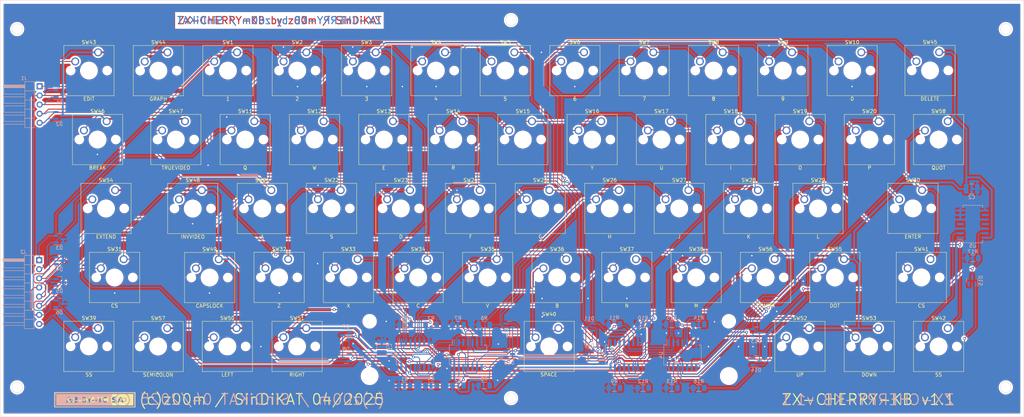
<source format=kicad_pcb>
(kicad_pcb (version 20211014) (generator pcbnew)
  (title_block (title "ZX Mechanical Keyboard") (date "2025-04-26") (rev "1.1") (company "z00m / SinDiKAT"))
  (layers (0 "F.Cu" signal) (31 "B.Cu" signal) (34 "B.Paste" user) (35 "F.Paste" user) (36 "B.SilkS" user "B.Silkscreen") (37 "F.SilkS" user "F.Silkscreen") (38 "B.Mask" user) (39 "F.Mask" user) (44 "Edge.Cuts" user))
  (net 0 "")
  (net 1 "VDD")
  (net 2 "VSS")
  (net 3 "/KB2")
  (net 4 "/KB1")
  (net 5 "/KB4")
  (net 6 "/KB3")
  (net 7 "/A10")
  (net 8 "/A11")
  (net 9 "/A12")
  (net 10 "/A9")
  (net 11 "/A8")
  (net 12 "/A13")
  (net 13 "/A15")
  (net 14 "/A14")
  (net 15 "/KBLEFT")
  (net 16 "/KBEXT")
  (net 17 "/KBCAPS")
  (net 18 "/KBUP")
  (net 19 "/KBRIGHT")
  (net 20 "/KBDEL")
  (net 21 "/KBDOWN")
  (net 22 "/KBEDIT")
  (net 23 "/KBGRAPH")
  (net 24 "/KBTRUEVID")
  (net 25 "/KBCAPSLOCK")
  (net 26 "/KBBREAK")
  (net 27 "/KBINVVID")
  (net 28 "/KBCOMMA")
  (net 29 "/KBDOT")
  (net 30 "/KBSYMBOL")
  (net 31 "/KBQUOT")
  (net 32 "/KBSEMICOLON")
  (net 34 "/KB0")
  (footprint "Button_Switch_Keyboard:SW_Cherry_MX_1.00u_PCB" (layer "F.Cu") (at 210.17 100.48)
    (fp_text reference "SW5")
    (fp_text value "5")
  )
  (footprint "Button_Switch_Keyboard:SW_Cherry_MX_1.00u_PCB" (layer "F.Cu") (at 195.71 119.68)
    (fp_text reference "SW14")
    (fp_text value "R")
  )
  (footprint "Button_Switch_Keyboard:SW_Cherry_MX_1.50u_PCB" (layer "F.Cu") (at 326.03 158.07)
    (fp_text reference "SW41")
    (fp_text value "CS")
  )
  (footprint "Button_Switch_Keyboard:SW_Cherry_MX_1.25u_PCB" (layer "F.Cu") (at 328.44 100.45)
    (fp_text reference "SW45")
    (fp_text value "DELETE")
  )
  (footprint "Button_Switch_Keyboard:SW_Cherry_MX_1.00u_PCB" (layer "F.Cu") (at 113.53 177.3)
    (fp_text reference "SW57")
    (fp_text value "SEMICOLON")
  )
  (footprint "Button_Switch_Keyboard:SW_Cherry_MX_1.00u_PCB" (layer "F.Cu") (at 200.52 138.86)
    (fp_text reference "SW24")
    (fp_text value "F")
  )
  (footprint "Button_Switch_Keyboard:SW_Cherry_MX_1.00u_PCB" (layer "F.Cu") (at 132.97 100.48)
    (fp_text reference "SW1")
    (fp_text value "1")
  )
  (footprint "Button_Switch_Keyboard:SW_Cherry_MX_1.00u_PCB" (layer "F.Cu") (at 181.12 138.86)
    (fp_text reference "SW23")
    (fp_text value "D")
  )
  (footprint "Button_Switch_Keyboard:SW_Cherry_MX_1.00u_PCB" (layer "F.Cu") (at 176.37 119.68)
    (fp_text reference "SW13")
    (fp_text value "E")
  )
  (footprint "Button_Switch_Keyboard:SW_Cherry_MX_1.00u_PCB" (layer "F.Cu") (at 166.52 158.08)
    (fp_text reference "SW33")
    (fp_text value "X")
  )
  (footprint "Button_Switch_Keyboard:SW_Cherry_MX_1.00u_PCB" (layer "F.Cu") (at 142.52 138.88)
    (fp_text reference "SW21")
    (fp_text value "A")
  )
  (footprint "Button_Switch_Keyboard:SW_Cherry_MX_1.00u_PCB" (layer "F.Cu") (at 292.27 119.68)
    (fp_text reference "SW19")
    (fp_text value "O")
  )
  (footprint "Button_Switch_Keyboard:SW_Cherry_MX_1.00u_PCB" (layer "F.Cu") (at 282.64 158.07)
    (fp_text reference "SW56")
    (fp_text value "COMMA")
  )
  (footprint "Button_Switch_Keyboard:SW_Cherry_MX_1.00u_PCB" (layer "F.Cu") (at 219.92 138.86)
    (fp_text reference "SW25")
    (fp_text value "G")
  )
  (footprint "Button_Switch_Keyboard:SW_Cherry_MX_1.75u_PCB" (layer "F.Cu") (at 323.67 138.85)
    (fp_text reference "SW30")
    (fp_text value "ENTER")
  )
  (footprint "Button_Switch_Keyboard:SW_Cherry_MX_6.25u_PCB" (layer "F.Cu") (at 222.42 177.28)
    (fp_text reference "SW40")
    (fp_text value "SPACE")
  )
  (footprint "Button_Switch_Keyboard:SW_Cherry_MX_1.00u_PCB" (layer "F.Cu") (at 118.47 119.68)
    (fp_text reference "SW47")
    (fp_text value "TRUEVIDEO")
  )
  (footprint "Button_Switch_Keyboard:SW_Cherry_MX_1.00u_PCB" (layer "F.Cu") (at 287.47 100.48)
    (fp_text reference "SW9")
    (fp_text value "9")
  )
  (footprint "Button_Switch_Keyboard:SW_Cherry_MX_1.00u_PCB" (layer "F.Cu") (at 311.57 119.68)
    (fp_text reference "SW20")
    (fp_text value "P")
  )
  (footprint "Button_Switch_Keyboard:SW_Cherry_MX_1.00u_PCB" (layer "F.Cu") (at 157.07 119.68)
    (fp_text reference "SW12")
    (fp_text value "W")
  )
  (footprint "Button_Switch_Keyboard:SW_Cherry_MX_1.00u_PCB" (layer "F.Cu") (at 306.77 100.48)
    (fp_text reference "SW10")
    (fp_text value "0")
  )
  (footprint "Button_Switch_Keyboard:SW_Cherry_MX_1.00u_PCB" (layer "F.Cu") (at 161.82 138.86)
    (fp_text reference "SW22")
    (fp_text value "S")
  )
  (footprint "Button_Switch_Keyboard:SW_Cherry_MX_1.00u_PCB" (layer "F.Cu") (at 258.62 138.86)
    (fp_text reference "SW27")
    (fp_text value "J")
  )
  (footprint "Button_Switch_Keyboard:SW_Cherry_MX_1.00u_PCB" (layer "F.Cu") (at 152.22 177.28)
    (fp_text reference "SW51")
    (fp_text value "RIGHT")
  )
  (footprint "Button_Switch_Keyboard:SW_Cherry_MX_1.00u_PCB" (layer "F.Cu") (at 94.26 177.27)
    (fp_text reference "SW39")
    (fp_text value "SS")
  )
  (footprint "Button_Switch_Keyboard:SW_Cherry_MX_1.50u_PCB" (layer "F.Cu") (at 99.02 138.87)
    (fp_text reference "SW54")
    (fp_text value "EXTEND")
  )
  (footprint "Button_Switch_Keyboard:SW_Cherry_MX_1.00u_PCB" (layer "F.Cu") (at 137.77 119.68)
    (fp_text reference "SW11")
    (fp_text value "Q")
  )
  (footprint "Button_Switch_Keyboard:SW_Cherry_MX_1.00u_PCB" (layer "F.Cu") (at 248.87 100.48)
    (fp_text reference "SW7")
    (fp_text value "7")
  )
  (footprint "Button_Switch_Keyboard:SW_Cherry_MX_1.00u_PCB" (layer "F.Cu") (at 292.22 177.29)
    (fp_text reference "SW52")
    (fp_text value "UP")
  )
  (footprint "cc-by-nc-sa:cc-by-nc-sa" (layer "F.Cu") (at 93.35 197.2)
    (fp_text reference "G01" hide)
    (fp_text value "LOGO" hide)
  )
  (footprint "Button_Switch_Keyboard:SW_Cherry_MX_1.00u_PCB" (layer "F.Cu") (at 244.02 158.08)
    (fp_text reference "SW37")
    (fp_text value "N")
  )
  (footprint "Button_Switch_Keyboard:SW_Cherry_MX_1.00u_PCB" (layer "F.Cu") (at 152.27 100.48)
    (fp_text reference "SW2")
    (fp_text value "2")
  )
  (footprint "Button_Switch_Keyboard:SW_Cherry_MX_1.00u_PCB" (layer "F.Cu") (at 272.97 119.68)
    (fp_text reference "SW18")
    (fp_text value "I")
  )
  (footprint "Button_Switch_Keyboard:SW_Cherry_MX_1.00u_PCB" (layer "F.Cu") (at 127.86 158.1)
    (fp_text reference "SW49")
    (fp_text value "CAPSLOCK")
  )
  (footprint "Button_Switch_Keyboard:SW_Cherry_MX_1.00u_PCB" (layer "F.Cu") (at 113.61 100.5)
    (fp_text reference "SW44")
    (fp_text value "GRAPH")
  )
  (footprint "Button_Switch_Keyboard:SW_Cherry_MX_1.00u_PCB" (layer "F.Cu") (at 185.92 158.08)
    (fp_text reference "SW34")
    (fp_text value "C")
  )
  (footprint "Button_Switch_Keyboard:SW_Cherry_MX_1.00u_PCB" (layer "F.Cu") (at 297.25 138.86)
    (fp_text reference "SW29")
    (fp_text value "L")
  )
  (footprint "Button_Switch_Keyboard:SW_Cherry_MX_1.00u_PCB" (layer "F.Cu") (at 147.21 158.06)
    (fp_text reference "SW32")
    (fp_text value "Z")
  )
  (footprint "Button_Switch_Keyboard:SW_Cherry_MX_1.00u_PCB" (layer "F.Cu") (at 171.57 100.48)
    (fp_text reference "SW3")
    (fp_text value "3")
  )
  (footprint "Button_Switch_Keyboard:SW_Cherry_MX_1.00u_PCB" (layer "F.Cu") (at 253.67 119.68)
    (fp_text reference "SW17")
    (fp_text value "U")
  )
  (footprint "Button_Switch_Keyboard:SW_Cherry_MX_1.00u_PCB" (layer "F.Cu") (at 268.17 100.48)
    (fp_text reference "SW8")
    (fp_text value "8")
  )
  (footprint "Button_Switch_Keyboard:SW_Cherry_MX_1.00u_PCB" (layer "F.Cu") (at 94.27 100.48)
    (fp_text reference "SW43")
    (fp_text value "EDIT")
  )
  (footprint "Button_Switch_Keyboard:SW_Cherry_MX_1.00u_PCB" (layer "F.Cu") (at 215.07 119.68)
    (fp_text reference "SW15")
    (fp_text value "T")
  )
  (footprint "Button_Switch_Keyboard:SW_Cherry_MX_1.00u_PCB" (layer "F.Cu") (at 229.57 100.48)
    (fp_text reference "SW6")
    (fp_text value "6")
  )
  (footprint "Button_Switch_Keyboard:SW_Cherry_MX_1.00u_PCB" (layer "F.Cu") (at 277.95 138.86)
    (fp_text reference "SW28")
    (fp_text value "K")
  )
  (footprint "Button_Switch_Keyboard:SW_Cherry_MX_1.75u_PCB" (layer "F.Cu") (at 101.4 158.08)
    (fp_text reference "SW31")
    (fp_text value "CS")
  )
  (footprint "Button_Switch_Keyboard:SW_Cherry_MX_1.00u_PCB" (layer "F.Cu") (at 330.82 119.68)
    (fp_text reference "SW58")
    (fp_text value "QUOT")
  )
  (footprint "Button_Switch_Keyboard:SW_Cherry_MX_1.00u_PCB" (layer "F.Cu") (at 239.26 138.86)
    (fp_text reference "SW26")
    (fp_text value "H")
  )
  (footprint "Button_Switch_Keyboard:SW_Cherry_MX_1.00u_PCB" (layer "F.Cu") (at 224.62 158.08)
    (fp_text reference "SW36")
    (fp_text value "B")
  )
  (footprint "Button_Switch_Keyboard:SW_Cherry_MX_1.00u_PCB" (layer "F.Cu") (at 123.16 138.88)
    (fp_text reference "SW48")
    (fp_text value "INVVIDEO")
  )
  (footprint "Button_Switch_Keyboard:SW_Cherry_MX_1.00u_PCB" (layer "F.Cu") (at 330.82 177.29)
    (fp_text reference "SW42")
    (fp_text value "SS")
  )
  (footprint "Button_Switch_Keyboard:SW_Cherry_MX_1.00u_PCB" (layer "F.Cu") (at 263.33 158.08)
    (fp_text reference "SW38")
    (fp_text value "M")
  )
  (footprint "Button_Switch_Keyboard:SW_Cherry_MX_1.00u_PCB" (layer "F.Cu") (at 311.51 177.29)
    (fp_text reference "SW53")
    (fp_text value "DOWN")
  )
  (footprint "Button_Switch_Keyboard:SW_Cherry_MX_1.00u_PCB" (layer "F.Cu") (at 234.37 119.68)
    (fp_text reference "SW16")
    (fp_text value "Y")
  )
  (footprint "Button_Switch_Keyboard:SW_Cherry_MX_1.00u_PCB" (layer "F.Cu") (at 301.94 158.07)
    (fp_text reference "SW55")
    (fp_text value "DOT")
  )
  (footprint "Button_Switch_Keyboard:SW_Cherry_MX_1.25u_PCB" (layer "F.Cu") (at 96.67 119.68)
    (fp_text reference "SW46")
    (fp_text value "BREAK")
  )
  (footprint "Button_Switch_Keyboard:SW_Cherry_MX_1.00u_PCB" (layer "F.Cu") (at 205.26 158.08)
    (fp_text reference "SW35")
    (fp_text value "V")
  )
  (footprint "Button_Switch_Keyboard:SW_Cherry_MX_1.00u_PCB" (layer "F.Cu") (at 190.87 100.48)
    (fp_text reference "SW4")
    (fp_text value "4")
  )
  (footprint "Button_Switch_Keyboard:SW_Cherry_MX_1.00u_PCB" (layer "F.Cu") (at 132.82 177.28)
    (fp_text reference "SW50")
    (fp_text value "LEFT")
  )
  (footprint "Resistor_SMD:R_1206_3216Metric_Pad1.30x1.75mm_HandSolder" (layer "B.Cu") (at 246 193.92 180)
    (fp_text reference "R12")
    (fp_text value "100k")
  )
  (footprint "Resistor_SMD:R_1206_3216Metric_Pad1.30x1.75mm_HandSolder" (layer "B.Cu") (at 179.57 193.27 180)
    (fp_text reference "R1")
    (fp_text value "100k")
  )
  (footprint "Package_SO:SO-14_5.3x10.2mm_P1.27mm" (layer "B.Cu") (at 257 184.75 -90)
    (fp_text reference "U4")
    (fp_text value "4066")
  )
  (footprint "Package_TO_SOT_SMD:SOT-23" (layer "B.Cu") (at 277.5 178.5)
    (fp_text reference "D13")
    (fp_text value "BAT54C")
  )
  (footprint "Resistor_SMD:R_1206_3216Metric_Pad1.30x1.75mm_HandSolder" (layer "B.Cu") (at 261.5 176.2 180)
    (fp_text reference "R14")
    (fp_text value "100k")
  )
  (footprint "Resistor_SMD:R_1206_3216Metric_Pad1.30x1.75mm_HandSolder" (layer "B.Cu") (at 261.5 193.92 180)
    (fp_text reference "R16")
    (fp_text value "100k")
  )
  (footprint "Package_TO_SOT_SMD:SOT-23" (layer "B.Cu") (at 163.25 179.25 180)
    (fp_text reference "D7")
    (fp_text value "BAT54C")
  )
  (footprint "Package_TO_SOT_SMD:SOT-23" (layer "B.Cu") (at 231.0125 177 180)
    (fp_text reference "D11")
    (fp_text value "BAT54C")
  )
  (footprint "Resistor_SMD:R_1206_3216Metric_Pad1.30x1.75mm_HandSolder" (layer "B.Cu") (at 201.75 176.3 180)
    (fp_text reference "R6")
    (fp_text value "100k")
  )
  (footprint "Resistor_SMD:R_1206_3216Metric_Pad1.30x1.75mm_HandSolder" (layer "B.Cu") (at 194.5 176.31 180)
    (fp_text reference "R7")
    (fp_text value "100k")
  )
  (footprint "Resistor_SMD:R_1206_3216Metric_Pad1.30x1.75mm_HandSolder" (layer "B.Cu") (at 179.69 176.31 180)
    (fp_text reference "R3")
    (fp_text value "100k")
  )
  (footprint "Resistor_SMD:R_1206_3216Metric_Pad1.30x1.75mm_HandSolder" (layer "B.Cu") (at 337.8 157.8 180)
    (fp_text reference "R17")
    (fp_text value "100k")
  )
  (footprint "Resistor_SMD:R_1206_3216Metric_Pad1.30x1.75mm_HandSolder" (layer "B.Cu") (at 194.5 193.25 180)
    (fp_text reference "R5")
    (fp_text value "100k")
  )
  (footprint "Package_TO_SOT_SMD:SOT-23" (layer "B.Cu") (at 277.48 186.55)
    (fp_text reference "D14")
    (fp_text value "BAT54C")
  )
  (footprint "Package_TO_SOT_SMD:SOT-23" (layer "B.Cu") (at 83.48 118.06)
    (fp_text reference "D2")
    (fp_text value "BAT54C")
  )
  (footprint "Package_TO_SOT_SMD:SOT-23" (layer "B.Cu") (at 83.5 152.5)
    (fp_text reference "D3")
    (fp_text value "BAT54A")
  )
  (footprint "Resistor_SMD:R_1206_3216Metric_Pad1.30x1.75mm_HandSolder" (layer "B.Cu") (at 201.75 193.25 180)
    (fp_text reference "R8")
    (fp_text value "100k")
  )
  (footprint "Package_TO_SOT_SMD:SOT-23" (layer "B.Cu") (at 208.75 184.5)
    (fp_text reference "D10")
    (fp_text value "BAT54C")
  )
  (footprint "Connector_PinHeader_2.54mm:PinHeader_1x05_P2.54mm_Horizontal" (layer "B.Cu") (at 78 109.95 180)
    (fp_text reference "J1")
    (fp_text value "KB0 - KB4")
  )
  (footprint "Package_TO_SOT_SMD:SOT-23" (layer "B.Cu") (at 83.51 170.5)
    (fp_text reference "D6")
    (fp_text value "BAT54A")
  )
  (footprint "Resistor_SMD:R_1206_3216Metric_Pad1.30x1.75mm_HandSolder" (layer "B.Cu") (at 254 176.2 180)
    (fp_text reference "R15")
    (fp_text value "100k")
  )
  (footprint "Package_SO:SO-14_5.3x10.2mm_P1.27mm" (layer "B.Cu") (at 337.8 148.3)
    (fp_text reference "U5")
    (fp_text value "4066")
  )
  (footprint "Resistor_SMD:R_1206_3216Metric_Pad1.30x1.75mm_HandSolder" (layer "B.Cu") (at 246 176.25 180)
    (fp_text reference "R10")
    (fp_text value "100k")
  )
  (footprint "Package_TO_SOT_SMD:SOT-23" (layer "B.Cu") (at 208.75 176.96)
    (fp_text reference "D9")
    (fp_text value "BAT54C")
  )
  (footprint "Package_TO_SOT_SMD:SOT-23" (layer "B.Cu") (at 83.5625 158.5)
    (fp_text reference "D4")
    (fp_text value "BAT54A")
  )
  (footprint "Resistor_SMD:R_1206_3216Metric_Pad1.30x1.75mm_HandSolder" (layer "B.Cu") (at 238.02 193.94 180)
    (fp_text reference "R9")
    (fp_text value "100k")
  )
  (footprint "Resistor_SMD:R_1206_3216Metric_Pad1.30x1.75mm_HandSolder" (layer "B.Cu") (at 254 193.92 180)
    (fp_text reference "R13")
    (fp_text value "100k")
  )
  (footprint "Package_SO:SO-14_5.3x10.2mm_P1.27mm" (layer "B.Cu") (at 197.25 184.72 -90)
    (fp_text reference "U2")
    (fp_text value "4066")
  )
  (footprint "Package_SO:SO-14_5.3x10.2mm_P1.27mm" (layer "B.Cu") (at 182.53 184.72 -90)
    (fp_text reference "U1")
    (fp_text value "4066")
  )
  (footprint "Resistor_SMD:R_1206_3216Metric_Pad1.30x1.75mm_HandSolder" (layer "B.Cu") (at 187 193.25 180)
    (fp_text reference "R4")
    (fp_text value "100k")
  )
  (footprint "cc-by-nc-sa:cc-by-nc-sa" (layer "B.Cu") (at 93.35 197.2 180)
    (fp_text reference "G02" hide)
    (fp_text value "LOGO" hide)
  )
  (footprint "Package_TO_SOT_SMD:SOT-23" (layer "B.Cu") (at 231 184.5 180)
    (fp_text reference "D12")
    (fp_text value "BAT54C")
  )
  (footprint "Resistor_SMD:R_1206_3216Metric_Pad1.30x1.75mm_HandSolder" (layer "B.Cu") (at 237.94 176.19 180)
    (fp_text reference "R11")
    (fp_text value "100k")
  )
  (footprint "Capacitor_SMD:C_1210_3225Metric_Pad1.33x2.70mm_HandSolder" (layer "B.Cu") (at 173.25 182.5 90)
    (fp_text reference "C1")
    (fp_text value "10uF")
  )
  (footprint "Package_TO_SOT_SMD:SOT-23" (layer "B.Cu") (at 337.63 164.0425 90)
    (fp_text reference "D15")
    (fp_text value "BAT54C")
  )
  (footprint "Package_SO:SO-14_5.3x10.2mm_P1.27mm" (layer "B.Cu") (at 240.75 184.75 -90)
    (fp_text reference "U3")
    (fp_text value "4066")
  )
  (footprint "Resistor_SMD:R_1206_3216Metric_Pad1.30x1.75mm_HandSolder" (layer "B.Cu") (at 187 176.33 180)
    (fp_text reference "R2")
    (fp_text value "100k")
  )
  (footprint "Package_TO_SOT_SMD:SOT-23" (layer "B.Cu") (at 163.2925 185.5 180)
    (fp_text reference "D8")
    (fp_text value "BAT54C")
  )
  (footprint "Package_TO_SOT_SMD:SOT-23" (layer "B.Cu") (at 83.5 112)
    (fp_text reference "D1")
    (fp_text value "BAT54C")
  )
  (footprint "Capacitor_SMD:C_1210_3225Metric_Pad1.33x2.70mm_HandSolder" (layer "B.Cu") (at 337.5 138.5)
    (fp_text reference "C2")
    (fp_text value "10uF")
  )
  (footprint "Connector_PinHeader_2.54mm:PinHeader_1x08_P2.54mm_Horizontal" (layer "B.Cu") (at 77.875 158.335 180)
    (fp_text reference "J2")
    (fp_text value "A8 - A15")
  )
  (footprint "Package_TO_SOT_SMD:SOT-23" (layer "B.Cu") (at 83.5625 164.5)
    (fp_text reference "D5")
    (fp_text value "BAT54A")
  )
  (gr_line (start 180.27 175.57) (end 180.27 177.06) (layer "B.SilkS") (width 0.15))
  (gr_line (start 179.93 175.57) (end 179.93 177.04) (layer "B.SilkS") (width 0.15))
  (gr_line (start 179.48 175.57) (end 179.48 177.04) (layer "B.SilkS") (width 0.15))
  (gr_line (start 179.11 175.58) (end 179.11 177.04) (layer "B.SilkS") (width 0.15))
  (gr_circle (center 209.25 196.75) (end 209.25 198.25) (layer "Edge.Cuts") (width 0.1) (fill none))
  (gr_rect (start 67.02 85.96) (end 352.02 201.99) (layer "Edge.Cuts") (width 0.1) (fill none))
  (gr_circle (center 71.75 94) (end 71.75 95.5) (layer "Edge.Cuts") (width 0.1) (fill none))
  (gr_circle (center 347 94) (end 348.5 94) (layer "Edge.Cuts") (width 0.1) (fill none))
  (gr_circle (center 71.75 193.75) (end 71.75 195.25) (layer "Edge.Cuts") (width 0.1) (fill none))
  (gr_circle (center 209.25 91.5) (end 209.25 90) (layer "Edge.Cuts") (width 0.1) (fill none))
  (gr_circle (center 347 193.75) (end 348.5 193.75) (layer "Edge.Cuts") (width 0.1) (fill none))
  (gr_text "ZX-CHERRY-KB by z00m / SinDiKAT" (at 144.8 91.6) (layer "F.Cu") (effects (font (size 2 2) (thickness 0.3))))
  (gr_text "ZX-CHERRY-KB by z00m / SinDiKAT" (at 144.7 91.6) (layer "B.Cu") (effects (font (size 2 2) (thickness 0.3)) (justify mirror)))
  (gr_text "(c)z00m / SinDiKAT 04/2025" (at 140 197.1) (layer "B.SilkS") (effects (font (size 3 3) (thickness 0.3)) (justify mirror)))
  (gr_text "ZX-CHERRY-KB v1.1" (at 308.45 197.2) (layer "B.SilkS") (effects (font (size 3 3) (thickness 0.3)) (justify mirror)))
  (gr_text "(c)z00m / SinDiKAT 04/2025" (at 139.85 197.1) (layer "F.SilkS") (effects (font (size 3 3) (thickness 0.3))))
  (gr_text "ZX-CHERRY-KB v1.1" (at 308.7 197.15) (layer "F.SilkS") (effects (font (size 3 3) (thickness 0.3))))
  (segment (start 254.4312 186.4) (end 254.9737 185.8575) (width 0.5) (layer "F.Cu") (net 1))
  (segment (start 123.16 138.88) (end 101.0303 138.88) (width 0.5) (layer "F.Cu") (net 1))
  (segment (start 238.0338 186.6662) (end 239.0549 185.6451) (width 0.5) (layer "F.Cu") (net 1))
  (segment (start 237.4487 186.6662) (end 238.0338 186.6662) (width 0.5) (layer "F.Cu") (net 1))
  (segment (start 117.79 119) (end 118.47 119.68) (width 0.5) (layer "F.Cu") (net 1))
  (segment (start 283.2 179.5) (end 285.41 177.29) (width 0.5) (layer "F.Cu") (net 1))
  (segment (start 101.0303 138.88) (end 101.0203 138.87) (width 0.5) (layer "F.Cu") (net 1))
  (segment (start 101.0203 119) (end 117.79 119) (width 0.5) (layer "F.Cu") (net 1))
  (segment (start 301.94 158.07) (end 300.97 157.1) (width 0.5) (layer "F.Cu") (net 1))
  (segment (start 191.1497 184.8249) (end 191.3069 184.6677) (width 0.5) (layer "F.Cu") (net 1))
  (segment (start 170.3642 182.088) (end 186.2407 182.088) (width 0.5) (layer "F.Cu") (net 1))
  (segment (start 132.82 177.28) (end 113.55 177.28) (width 0.5) (layer "F.Cu") (net 1))
  (segment (start 240.8 186.4) (end 254.4312 186.4) (width 0.5) (layer "F.Cu") (net 1))
  (segment (start 113.55 177.28) (end 113.53 177.3) (width 0.5) (layer "F.Cu") (net 1))
  (segment (start 285.41 177.29) (end 292.22 177.29) (width 0.5) (layer "F.Cu") (net 1))
  (segment (start 261.3312 179.5) (end 283.2 179.5) (width 0.5) (layer "F.Cu") (net 1))
  (segment (start 113.59 100.48) (end 113.61 100.5) (width 0.5) (layer "F.Cu") (net 1))
  (segment (start 101.0203 120.8523) (end 101.0203 119) (width 0.5) (layer "F.Cu") (net 1))
  (segment (start 94.27 100.48) (end 113.59 100.48) (width 0.5) (layer "F.Cu") (net 1))
  (segment (start 239.0549 185.6451) (end 240.0451 185.6451) (width 0.5) (layer "F.Cu") (net 1))
  (segment (start 283.61 157.1) (end 282.64 158.07) (width 0.5) (layer "F.Cu") (net 1))
  (segment (start 101.0203 138.87) (end 101.0203 120.8523) (width 0.5) (layer "F.Cu") (net 1))
  (segment (start 97.35 119) (end 96.67 119.68) (width 0.5) (layer "F.Cu") (net 1))
  (segment (start 165.5562 177.28) (end 170.3642 182.088) (width 0.5) (layer "F.Cu") (net 1))
  (segment (start 152.22 177.28) (end 132.82 177.28) (width 0.5) (layer "F.Cu") (net 1))
  (segment (start 101.0203 119) (end 97.35 119) (width 0.5) (layer "F.Cu") (net 1))
  (segment (start 186.2407 182.088) (end 188.9776 184.8249) (width 0.5) (layer "F.Cu") (net 1))
  (segment (start 188.9776 184.8249) (end 191.1497 184.8249) (width 0.5) (layer "F.Cu") (net 1))
  (segment (start 240.0451 185.6451) (end 240.8 186.4) (width 0.5) (layer "F.Cu") (net 1))
  (segment (start 254.9737 185.8575) (end 261.3312 179.5) (width 0.5) (layer "F.Cu") (net 1))
  (segment (start 101.0203 138.87) (end 99.02 138.87) (width 0.5) (layer "F.Cu") (net 1))
  (segment (start 300.97 157.1) (end 283.61 157.1) (width 0.5) (layer "F.Cu") (net 1))
  (segment (start 152.22 177.28) (end 165.5562 177.28) (width 0.5) (layer "F.Cu") (net 1))
  (via (at 191.3069 184.6677) (size 0.8) (drill 0.4) (layers "F.Cu" "B.Cu") (net 1))
  (via (at 254.9737 185.8575) (size 0.8) (drill 0.4) (layers "F.Cu" "B.Cu") (net 1))
  (via (at 237.4487 186.6662) (size 0.8) (drill 0.4) (layers "F.Cu" "B.Cu") (net 1))
  (segment (start 202.4 194.9) (end 201.6 194.1) (width 0.5) (layer "B.Cu") (net 1))
  (segment (start 304.7603 158.07) (end 306.0319 159.3416) (width 0.5) (layer "B.Cu") (net 1))
  (segment (start 197.5 194.7) (end 197.2 195) (width 0.5) (layer "B.Cu") (net 1))
  (segment (start 328.44 100.45) (end 331.716 100.45) (width 0.5) (layer "B.Cu") (net 1))
  (segment (start 166.9 178.1) (end 166.08 177.28) (width 0.5) (layer "B.Cu") (net 1))
  (segment (start 201 191.8) (end 198.1 191.8) (width 0.5) (layer "B.Cu") (net 1))
  (segment (start 193.44 191.54) (end 193.44 188.1825) (width 0.5) (layer "B.Cu") (net 1))
  (segment (start 236.94 187.1749) (end 237.4487 186.6662) (width 0.5) (layer "B.Cu") (net 1))
  (segment (start 132.82 177.28) (end 132.82 159.977) (width 0.5) (layer "B.Cu") (net 1))
  (segment (start 86.72 100.48) (end 94.27 100.48) (width 0.5) (layer "B.Cu") (net 1))
  (segment (start 253.19 186.91) (end 253.19 188.2125) (width 0.5) (layer "B.Cu") (net 1))
  (segment (start 201.6 192.4) (end 201 191.8) (width 0.5) (layer "B.Cu") (net 1))
  (segment (start 127.86 140.3884) (end 126.3516 138.88) (width 0.5) (layer "B.Cu") (net 1))
  (segment (start 342.69 152.11) (end 343.1 151.7) (width 0.5) (layer "B.Cu") (net 1))
  (segment (start 331.716 100.45) (end 332.8049 101.5389) (width 0.5) (layer "B.Cu") (net 1))
  (segment (start 254.9737 185.8575) (end 254.2425 185.8575) (width 0.5) (layer "B.Cu") (net 1))
  (segment (start 193.44 188.1825) (end 193.44 185.74) (width 0.5) (layer "B.Cu") (net 1))
  (segment (start 336 138.4375) (end 336 121.7586) (width 0.5) (layer "B.Cu") (net 1))
  (segment (start 173.25 184.0625) (end 176.1625 184.0625) (width 0.5) (layer "B.Cu") (net 1))
  (segment (start 170.9625 184.0625) (end 166.9 180) (width 0.5) (layer "B.Cu") (net 1))
  (segment (start 193.44 185.74) (end 192.3677 184.6677) (width 0.5) (layer "B.Cu") (net 1))
  (segment (start 95.03 118.04) (end 96.67 119.68) (width 0.5) (layer "B.Cu") (net 1))
  (segment (start 301.94 158.07) (end 304.7603 158.07) (width 0.5) (layer "B.Cu") (net 1))
  (segment (start 332.3707 118.1293) (end 330.82 119.68) (width 0.5) (layer "B.Cu") (net 1))
  (segment (start 304.7603 150.3397) (end 318.4 136.7) (width 0.5) (layer "B.Cu") (net 1))
  (segment (start 166.9 180) (end 166.9 178.1) (width 0.5) (layer "B.Cu") (net 1))
  (segment (start 335.9375 138.5) (end 336 138.4375) (width 0.5) (layer "B.Cu") (net 1))
  (segment (start 341.2625 152.11) (end 342.69 152.11) (width 0.5) (layer "B.Cu") (net 1))
  (segment (start 84.4375 118.04) (end 95.03 118.04) (width 0.5) (layer "B.Cu") (net 1))
  (segment (start 195 195) (end 194.6 194.6) (width 0.5) (layer "B.Cu") (net 1))
  (segment (start 306.0319 159.3416) (end 306.0319 177.29) (width 0.5) (layer "B.Cu") (net 1))
  (segment (start 332.8049 101.5389) (end 332.8049 117.6951) (width 0.5) (layer "B.Cu") (net 1))
  (segment (start 318.4 136.7) (end 332.2 136.7) (width 0.5) (layer "B.Cu") (net 1))
  (segment (start 173.25 184.0625) (end 170.9625 184.0625) (width 0.5) (layer "B.Cu") (net 1))
  (segment (start 201.6 194.1) (end 201.6 192.4) (width 0.5) (layer "B.Cu") (net 1))
  (segment (start 84.4375 102.7625) (end 86.72 100.48) (width 0.5) (layer "B.Cu") (net 1))
  (segment (start 339.6 135.3) (end 336 135.3) (width 0.5) (layer "B.Cu") (net 1))
  (segment (start 343.1 138.8) (end 339.6 135.3) (width 0.5) (layer "B.Cu") (net 1))
  (segment (start 204.9 194.9) (end 202.4 194.9) (width 0.5) (layer "B.Cu") (net 1))
  (segment (start 306.0319 177.29) (end 311.51 177.29) (width 0.5) (layer "B.Cu") (net 1))
  (segment (start 254.2425 185.8575) (end 253.19 186.91) (width 0.5) (layer "B.Cu") (net 1))
  (segment (start 132.82 159.977) (end 130.943 158.1) (width 0.5) (layer "B.Cu") (net 1))
  (segment (start 332.2 136.7) (end 334 138.5) (width 0.5) (layer "B.Cu") (net 1))
  (segment (start 166.08 177.28) (end 152.22 177.28) (width 0.5) (layer "B.Cu") (net 1))
  (segment (start 336 121.7586) (end 332.3707 118.1293) (width 0.5) (layer "B.Cu") (net 1))
  (segment (start 292.22 177.29) (end 306.0319 177.29) (width 0.5) (layer "B.Cu") (net 1))
  (segment (start 332.8049 117.6951) (end 332.3707 118.1293) (width 0.5) (layer "B.Cu") (net 1))
  (segment (start 197.5 192.4) (end 197.5 194.7) (width 0.5) (layer "B.Cu") (net 1))
  (segment (start 126.3516 138.88) (end 123.16 138.88) (width 0.5) (layer "B.Cu") (net 1))
  (segment (start 84.4375 118.04) (end 84.4375 112) (width 0.5) (layer "B.Cu") (net 1))
  (segment (start 336 135.3) (end 336 138.4375) (width 0.5) (layer "B.Cu") (net 1))
  (segment (start 304.7603 158.07) (end 304.7603 150.3397) (width 0.5) (layer "B.Cu") (net 1))
  (segment (start 127.86 158.1) (end 127.86 140.3884) (width 0.5) (layer "B.Cu") (net 1))
  (segment (start 197.2 195) (end 195 195) (width 0.5) (layer "B.Cu") (net 1))
  (segment (start 176.1625 184.0625) (end 178.72 186.62) (width 0.5) (layer "B.Cu") (net 1))
  (segment (start 236.94 188.2125) (end 236.94 187.1749) (width 0.5) (layer "B.Cu") (net 1))
  (segment (start 194.6 194.6) (end 194.6 192.7) (width 0.5) (layer "B.Cu") (net 1))
  (segment (start 130.943 158.1) (end 127.86 158.1) (width 0.5) (layer "B.Cu") (net 1))
  (segment (start 236.94 188.2125) (end 211.5875 188.2125) (width 0.5) (layer "B.Cu") (net 1))
  (segment (start 192.3677 184.6677) (end 191.3069 184.6677) (width 0.5) (layer "B.Cu") (net 1))
  (segment (start 343.1 151.7) (end 343.1 138.8) (width 0.5) (layer "B.Cu") (net 1))
  (segment (start 84.4375 112) (end 84.4375 102.7625) (width 0.5) (layer "B.Cu") (net 1))
  (segment (start 211.5875 188.2125) (end 204.9 194.9) (width 0.5) (layer "B.Cu") (net 1))
  (segment (start 194.6 192.7) (end 193.44 191.54) (width 0.5) (layer "B.Cu") (net 1))
  (segment (start 178.72 186.62) (end 178.72 188.1825) (width 0.5) (layer "B.Cu") (net 1))
  (segment (start 198.1 191.8) (end 197.5 192.4) (width 0.5) (layer "B.Cu") (net 1))
  (segment (start 84.4375 118.04) (end 84.4175 118.06) (width 0.5) (layer "B.Cu") (net 1))
  (segment (start 334 138.5) (end 335.9375 138.5) (width 0.5) (layer "B.Cu") (net 1))
  (segment (start 255.8651 178.6349) (end 252.5 178.6349) (width 0.5) (layer "F.Cu") (net 2))
  (segment (start 252.4 178.7349) (end 252.5 178.6349) (width 0.5) (layer "F.Cu") (net 2))
  (segment (start 187.3281 181.8431) (end 189.3298 183.8448) (width 0.5) (layer "F.Cu") (net 2))
  (segment (start 178.14 178.7291) (end 184.2141 178.7291) (width 0.5) (layer "F.Cu") (net 2))
  (segment (start 184.2141 178.7291) (end 187.3281 181.8431) (width 0.5) (layer "F.Cu") (net 2))
  (segment (start 253.4178 185.3496) (end 252.4 184.3318) (width 0.5) (layer "F.Cu") (net 2))
  (segment (start 259.0318 178.6349) (end 255.8651 178.6349) (width 0.5) (layer "F.Cu") (net 2))
  (segment (start 189.3298 183.8448) (end 189.3298 183.9746) (width 0.5) (layer "F.Cu") (net 2))
  (segment (start 252.4 184.3318) (end 252.4 178.7349) (width 0.5) (layer "F.Cu") (net 2))
  (via (at 179 110) (size 0.8) (drill 0.4) (layers "F.Cu" "B.Cu") (net 2))
  (via (at 205.5 191.8) (size 0.8) (drill 0.4) (layers "F.Cu" "B.Cu") (net 2))
  (via (at 188.4 110) (size 0.8) (drill 0.4) (layers "F.Cu" "B.Cu") (net 2))
  (via (at 279.9 182.4) (size 0.8) (drill 0.4) (layers "F.Cu" "B.Cu") (net 2))
  (via (at 178.14 178.7291) (size 0.8) (drill 0.4) (layers "F.Cu" "B.Cu") (net 2))
  (via (at 94.1 128.9) (size 0.8) (drill 0.4) (layers "F.Cu" "B.Cu") (net 2))
  (via (at 174.5 175.4) (size 0.8) (drill 0.4) (layers "F.Cu" "B.Cu") (net 2))
  (via (at 187.3281 181.8431) (size 0.8) (drill 0.4) (layers "F.Cu" "B.Cu") (net 2))
  (via (at 253.4178 185.3496) (size 0.8) (drill 0.4) (layers "F.Cu" "B.Cu") (net 2))
  (via (at 304.2 110) (size 0.8) (drill 0.4) (layers "F.Cu" "B.Cu") (net 2))
  (via (at 155.4 159.3) (size 0.8) (drill 0.4) (layers "F.Cu" "B.Cu") (net 2))
  (via (at 139.6 182.4) (size 0.8) (drill 0.4) (layers "F.Cu" "B.Cu") (net 2))
  (via (at 205.7 181.7) (size 0.8) (drill 0.4) (layers "F.Cu" "B.Cu") (net 2))
  (via (at 125.3 167.5) (size 0.8) (drill 0.4) (layers "F.Cu" "B.Cu") (net 2))
  (via (at 194.2 138.9) (size 0.8) (drill 0.4) (layers "F.Cu" "B.Cu") (net 2))
  (via (at 257 157.1) (size 0.8) (drill 0.4) (layers "F.Cu" "B.Cu") (net 2))
  (via (at 165.2 99) (size 0.8) (drill 0.4) (layers "F.Cu" "B.Cu") (net 2))
  (via (at 149.8 110) (size 0.8) (drill 0.4) (layers "F.Cu" "B.Cu") (net 2))
  (via (at 120.6 148.2) (size 0.8) (drill 0.4) (layers "F.Cu" "B.Cu") (net 2))
  (via (at 144.7 167.5) (size 0.8) (drill 0.4) (layers "F.Cu" "B.Cu") (net 2))
  (via (at 155.5 137.5) (size 0.8) (drill 0.4) (layers "F.Cu" "B.Cu") (net 2))
  (via (at 165.3 181.6) (size 0.8) (drill 0.4) (layers "F.Cu" "B.Cu") (net 2))
  (via (at 276.6 182.4) (size 0.8) (drill 0.4) (layers "F.Cu" "B.Cu") (net 2))
  (via (at 264.2 182.4) (size 0.8) (drill 0.4) (layers "F.Cu" "B.Cu") (net 2))
  (via (at 265.9 175.5) (size 0.8) (drill 0.4) (layers "F.Cu" "B.Cu") (net 2))
  (via (at 245.5 179) (size 0.8) (drill 0.4) (layers "F.Cu" "B.Cu") (net 2))
  (via (at 181.7 99) (size 0.8) (drill 0.4) (layers "F.Cu" "B.Cu") (net 2))
  (via (at 217.7 100.5) (size 0.8) (drill 0.4) (layers "F.Cu" "B.Cu") (net 2))
  (via (at 169.1 110) (size 0.8) (drill 0.4) (layers "F.Cu" "B.Cu") (net 2))
  (via (at 175.3 188.6) (size 0.8) (drill 0.4) (layers "F.Cu" "B.Cu") (net 2))
  (via (at 276.3 157.1) (size 0.8) (drill 0.4) (layers "F.Cu" "B.Cu") (net 2))
  (via (at 175.3 191.9) (size 0.8) (drill 0.4) (layers "F.Cu" "B.Cu") (net 2))
  (via (at 290.6 164.2) (size 0.8) (drill 0.4) (layers "F.Cu" "B.Cu") (net 2))
  (via (at 281.1 98.6) (size 0.8) (drill 0.4) (layers "F.Cu" "B.Cu") (net 2))
  (via (at 98.9 167.5) (size 0.8) (drill 0.4) (layers "F.Cu" "B.Cu") (net 2))
  (via (at 227 110) (size 0.8) (drill 0.4) (layers "F.Cu" "B.Cu") (net 2))
  (via (at 272.6 182.4) (size 0.8) (drill 0.4) (layers "F.Cu" "B.Cu") (net 2))
  (via (at 252.5 178.6349) (size 0.8) (drill 0.4) (layers "F.Cu" "B.Cu") (net 2))
  (via (at 191.4 188.5) (size 0.8) (drill 0.4) (layers "F.Cu" "B.Cu") (net 2))
  (via (at 124.9 131.9) (size 0.8) (drill 0.4) (layers "F.Cu" "B.Cu") (net 2))
  (via (at 235.3 181.1) (size 0.8) (drill 0.4) (layers "F.Cu" "B.Cu") (net 2))
  (via (at 111 190) (size 0.8) (drill 0.4) (layers "F.Cu" "B.Cu") (net 2))
  (via (at 130.1 118.5) (size 0.8) (drill 0.4) (layers "F.Cu" "B.Cu") (net 2))
  (via (at 230.7 169) (size 0.8) (drill 0.4) (layers "F.Cu" "B.Cu") (net 2))
  (via (at 304.9 195.7) (size 0.8) (drill 0.4) (layers "F.Cu" "B.Cu") (net 2))
  (via (at 175.3 186.4) (size 0.8) (drill 0.4) (layers "F.Cu" "B.Cu") (net 2))
  (via (at 217.9 174.1) (size 0.8) (drill 0.4) (layers "F.Cu" "B.Cu") (net 2))
  (via (at 283.2 172.6) (size 0.8) (drill 0.4) (layers "F.Cu" "B.Cu") (net 2))
  (via (at 174.8 137.5) (size 0.8) (drill 0.4) (layers "F.Cu" "B.Cu") (net 2))
  (via (at 259.0318 178.6349) (size 0.8) (drill 0.4) (layers "F.Cu" "B.Cu") (net 2))
  (via (at 189.3298 183.9746) (size 0.8) (drill 0.4) (layers "F.Cu" "B.Cu") (net 2))
  (via (at 145.9 99) (size 0.8) (drill 0.4) (layers "F.Cu" "B.Cu") (net 2))
  (via (at 255.8651 178.6349) (size 0.8) (drill 0.4) (layers "F.Cu" "B.Cu") (net 2))
  (via (at 241.5 169) (size 0.8) (drill 0.4) (layers "F.Cu" "B.Cu") (net 2))
  (via (at 217.9 169) (size 0.8) (drill 0.4) (layers "F.Cu" "B.Cu") (net 2))
  (segment (start 336.2 147.8) (end 339.4026 147.8) (width 0.5) (layer "B.Cu") (net 2))
  (segment (start 244.56 176.25) (end 244.45 176.25) (width 0.5) (layer "B.Cu") (net 2))
  (segment (start 194.4 196.4) (end 199.3 196.4) (width 0.5) (layer "B.Cu") (net 2))
  (segment (start 201.2 196.4) (end 206 196.4) (width 0.5) (layer "B.Cu") (net 2))
  (segment (start 244.56 174.64) (end 245.2 174) (width 0.5) (layer "B.Cu") (net 2))
  (segment (start 243.8 174) (end 237.2 174) (width 0.5) (layer "B.Cu") (net 2))
  (segment (start 331.1995 167.3048) (end 331.1995 150.6005) (width 0.5) (layer "B.Cu") (net 2))
  (segment (start 259.0318 178.6349) (end 260.1349 178.6349) (width 0.5) (layer "B.Cu") (net 2))
  (segment (start 249.5 176.2) (end 252.45 176.2) (width 0.5) (layer "B.Cu") (net 2))
  (segment (start 94.8 170.5) (end 84.4475 170.5) (width 0.5) (layer "B.Cu") (net 2))
  (segment (start 251.9 195.7) (end 244.9 195.7) (width 0.5) (layer "B.Cu") (net 2))
  (segment (start 208.46 193.94) (end 236.47 193.94) (width 0.5) (layer "B.Cu") (net 2))
  (segment (start 339.87 149.57) (end 341.2625 149.57) (width 0.5) (layer "B.Cu") (net 2))
  (segment (start 259.95 178.45) (end 259.7651 178.6349) (width 0.5) (layer "B.Cu") (net 2))
  (segment (start 335.57 149.57) (end 334.9067 149.57) (width 0.5) (layer "B.Cu") (net 2))
  (segment (start 339.5 147.8974) (end 339.5 149.2) (width 0.5) (layer "B.Cu") (net 2))
  (segment (start 244.56 176.25) (end 244.56 174.64) (width 0.5) (layer "B.Cu") (net 2))
  (segment (start 335.83 149.57) (end 335.83 149.58) (width 0.5) (layer "B.Cu") (net 2))
  (segment (start 332.23 149.57) (end 334.3375 149.57) (width 0.5) (layer "B.Cu") (net 2))
  (segment (start 259.5 195.7) (end 252.9 195.7) (width 0.5) (layer "B.Cu") (net 2))
  (segment (start 334.3375 145.76) (end 334.3375 144.49) (width 0.5) (layer "B.Cu") (net 2))
  (segment (start 200.2 195.4) (end 201.2 196.4) (width 0.5) (layer "B.Cu") (net 2))
  (segment (start 199.3 196.4) (end 200.2 195.5) (width 0.5) (layer "B.Cu") (net 2))
  (segment (start 184.9 195.3) (end 178.6 195.3) (width 0.5) (layer "B.Cu") (net 2))
  (segment (start 336.1 147.9) (end 336.2 147.8) (width 0.5) (layer "B.Cu") (net 2))
  (segment (start 244.45 174.65) (end 243.8 174) (width 0.5) (layer "B.Cu") (net 2))
  (segment (start 339.0625 141.3625) (end 341.2625 143.5625) (width 0.5) (layer "B.Cu") (net 2))
  (segment (start 100.1404 175.8404) (end 94.8 170.5) (width 0.5) (layer "B.Cu") (net 2))
  (segment (start 336.1 147.5) (end 335.63 147.03) (width 0.5) (layer "B.Cu") (net 2))
  (segment (start 100.1404 187.4404) (end 100.1404 175.8404) (width 0.5) (layer "B.Cu") (net 2))
  (segment (start 260.81 179.31) (end 260.81 181.2875) (width 0.5) (layer "B.Cu") (net 2))
  (segment (start 191.5722 177.6878) (end 186.5183 177.6878) (width 0.5) (layer "B.Cu") (net 2))
  (segment (start 339.0625 138.5) (end 339.0625 141.3625) (width 0.5) (layer "B.Cu") (net 2))
  (segment (start 244.45 193.92) (end 244.45 195.35) (width 0.5) (layer "B.Cu") (net 2))
  (segment (start 252.3999 195.2001) (end 251.9 195.7) (width 0.5) (layer "B.Cu") (net 2))
  (segment (start 192.95 176.31) (end 191.5722 177.6878) (width 0.5) (layer "B.Cu") (net 2))
  (segment (start 192.95 194.95) (end 194.4 196.4) (width 0.5) (layer "B.Cu") (net 2))
  (segment (start 336.1 147.9) (end 336.1 147.5) (width 0.5) (layer "B.Cu") (net 2))
  (segment (start 339.4026 147.8) (end 339.5 147.8974) (width 0.5) (layer "B.Cu") (net 2))
  (segment (start 84.5 152.5625) (end 84.4375 152.5) (width 0.5) (layer "B.Cu") (net 2))
  (segment (start 200.2 176.3) (end 201.06 177.16) (width 0.5) (layer "B.Cu") (net 2))
  (segment (start 178.14 176.31) (end 178.14 178.7291) (width 0.5) (layer "B.Cu") (net 2))
  (segment (start 245.2 174) (end 247.314949 174) (width 0.5) (layer "B.Cu") (net 2))
  (segment (start 237.2 174) (end 236.39 174.81) (width 0.5) (layer "B.Cu") (net 2))
  (segment (start 187.0575 181.2575) (end 186.34 181.2575) (width 0.5) (layer "B.Cu") (net 2))
  (segment (start 178.02 194.72) (end 178.02 193.4592) (width 0.5) (layer "B.Cu") (net 2))
  (segment (start 192.95 193.25) (end 192.95 194.95) (width 0.5) (layer "B.Cu") (net 2))
  (segment (start 84.5 170.4475) (end 84.5 152.5625) (width 0.5) (layer "B.Cu") (net 2))
  (segment (start 247.314949 174) (end 248.65 175.335051) (width 0.5) (layer "B.Cu") (net 2))
  (segment (start 192.95 176.31) (end 192.95 174.95) (width 0.5) (layer "B.Cu") (net 2))
  (segment (start 252.3999 186.3675) (end 253.4178 185.3496) (width 0.5) (layer "B.Cu") (net 2))
  (segment (start 331.1995 150.6005) (end 332.23 149.57) (width 0.5) (layer "B.Cu") (net 2))
  (segment (start 106.1592 193.4592) (end 100.1404 187.4404) (width 0.5) (layer "B.Cu") (net 2))
  (segment (start 244.45 195.25) (end 244.45 193.92) (width 0.5) (layer "B.Cu") (net 2))
  (segment (start 178.14 178.7291) (end 175.4584 178.7291) (width 0.5) (layer "B.Cu") (net 2))
  (segment (start 187.3281 181.8431) (end 187.3281 181.5281) (width 0.5) (layer "B.Cu") (net 2))
  (segment (start 252.45 178.5849) (end 252.5 178.6349) (width 0.5) (layer "B.Cu") (net 2))
  (segment (start 318.0792 180.4251) (end 331.1995 167.3048) (width 0.5) (layer "B.Cu") (net 2))
  (segment (start 334.9067 149.57) (end 335.83 149.57) (width 0.5) (layer "B.Cu") (net 2))
  (segment (start 244.45 195.35) (end 244.1 195.7) (width 0.5) (layer "B.Cu") (net 2))
  (segment (start 259.7651 178.6349) (end 259.0318 178.6349) (width 0.5) (layer "B.Cu") (net 2))
  (segment (start 200.2 195.5) (end 200.2 193.25) (width 0.5) (layer "B.Cu") (net 2))
  (segment (start 339.5 147.9) (end 339.5 144.9) (width 0.5) (layer "B.Cu") (net 2))
  (segment (start 248.65 175.35) (end 249.5 176.2) (width 0.5) (layer "B.Cu") (net 2))
  (segment (start 341.2625 147.03) (end 339.5 147.03) (width 0.5) (layer "B.Cu") (net 2))
  (segment (start 84.4475 170.5) (end 84.5 170.4475) (width 0.5) (layer "B.Cu") (net 2))
  (segment (start 252.9 195.7) (end 252.45 195.25) (width 0.5) (layer "B.Cu") (net 2))
  (segment (start 334.3375 147.03) (end 334.3375 145.76) (width 0.5) (layer "B.Cu") (net 2))
  (segment (start 175.4584 178.7291) (end 173.25 180.9375) (width 0.5) (layer "B.Cu") (net 2))
  (segment (start 185.9878 177.6878) (end 185.45 177.15) (width 0.5) (layer "B.Cu") (net 2))
  (segment (start 244.56 176.25) (end 244.56 181.2875) (width 0.5) (layer "B.Cu") (net 2))
  (segment (start 335.83 149.58) (end 336.25 150) (width 0.5) (layer "B.Cu") (net 2))
  (segment (start 190.008 184.6528) (end 189.3298 183.9746) (width 0.5) (layer "B.Cu") (net 2))
  (segment (start 244.1 195.7) (end 237 195.7) (width 0.5) (layer "B.Cu") (net 2))
  (segment (start 339.5 149.2) (end 339.87 149.57) (width 0.5) (layer "B.Cu") (net 2))
  (segment (start 190.008 194.692) (end 189.4 195.3) (width 0.5) (layer "B.Cu") (net 2))
  (segment (start 252.45 193.92) (end 252.3999 193.92) (width 0.5) (layer "B.Cu") (net 2))
  (segment (start 192.95 174.95) (end 193.5 174.4) (width 0.5) (layer "B.Cu") (net 2))
  (segment (start 200.2 175) (end 200.2 176.3) (width 0.5) (layer "B.Cu") (net 2))
  (segment (start 259.95 176.2) (end 259.95 178.45) (width 0.5) (layer "B.Cu") (net 2))
  (segment (start 334.9067 149.57) (end 334.3375 149.57) (width 0.5) (layer "B.Cu") (net 2))
  (segment (start 178.02 193.4592) (end 106.1592 193.4592) (width 0.5) (layer "B.Cu") (net 2))
  (segment (start 185.45 194.75) (end 185.45 193.25) (width 0.5) (layer "B.Cu") (net 2))
  (segment (start 339.5 144.9) (end 339.91 144.49) (width 0.5) (layer "B.Cu") (net 2))
  (segment (start 252.3999 193.92) (end 252.3999 195.2001) (width 0.5) (layer "B.Cu") (net 2))
  (segment (start 190.008 193.25) (end 190.008 184.6528) (width 0.5) (layer "B.Cu") (net 2))
  (segment (start 186 195.3) (end 185.45 194.75) (width 0.5) (layer "B.Cu") (net 2))
  (segment (start 178.6 195.3) (end 178.02 194.72) (width 0.5) (layer "B.Cu") (net 2))
  (segment (start 187.3281 181.5281) (end 187.0575 181.2575) (width 0.5) (layer "B.Cu") (net 2))
  (segment (start 236.39 174.81) (end 236.39 176.19) (width 0.5) (layer "B.Cu") (net 2))
  (segment (start 304.9414 195.7) (end 318.0792 182.5622) (width 0.5) (layer "B.Cu") (net 2))
  (segment (start 192.95 193.25) (end 190.008 193.25) (width 0.5) (layer "B.Cu") (net 2))
  (segment (start 244.45 176.25) (end 244.45 174.65) (width 0.5) (layer "B.Cu") (net 2))
  (segment (start 335.63 147.03) (end 334.3375 147.03) (width 0.5) (layer "B.Cu") (net 2))
  (segment (start 199.6 174.4) (end 200.2 175) (width 0.5) (layer "B.Cu") (net 2))
  (segment (start 190.008 193.25) (end 190.008 194.692) (width 0.5) (layer "B.Cu") (net 2))
  (segment (start 186.5183 179.0817) (end 186.5183 177.6878) (width 0.5) (layer "B.Cu") (net 2))
  (segment (start 259.95 193.92) (end 259.95 195.25) (width 0.5) (layer "B.Cu") (net 2))
  (segment (start 244.9 195.7) (end 244.45 195.25) (width 0.5) (layer "B.Cu") (net 2))
  (segment (start 186.5183 177.6878) (end 185.9878 177.6878) (width 0.5) (layer "B.Cu") (net 2))
  (segment (start 186.34 179.26) (end 186.5183 179.0817) (width 0.5) (layer "B.Cu") (net 2))
  (segment (start 252.3999 193.92) (end 252.3999 186.3675) (width 0.5) (layer "B.Cu") (net 2))
  (segment (start 201.06 177.16) (end 201.06 181.2575) (width 0.5) (layer "B.Cu") (net 2))
  (segment (start 259.95 195.25) (end 260.4 195.7) (width 0.5) (layer "B.Cu") (net 2))
  (segment (start 252.45 176.2) (end 252.45 178.5849) (width 0.5) (layer "B.Cu") (net 2))
  (segment (start 193.5 174.4) (end 199.6 174.4) (width 0.5) (layer "B.Cu") (net 2))
  (segment (start 336.25 150) (end 336.25 157.8) (width 0.5) (layer "B.Cu") (net 2))
  (segment (start 260.4 195.7) (end 304.9 195.7) (width 0.5) (layer "B.Cu") (net 2))
  (segment (start 341.2625 143.5625) (end 341.2625 144.49) (width 0.5) (layer "B.Cu") (net 2))
  (segment (start 189.4 195.3) (end 186 195.3) (width 0.5) (layer "B.Cu") (net 2))
  (segment (start 186.34 181.2575) (end 186.34 179.26) (width 0.5) (layer "B.Cu") (net 2))
  (segment (start 252.45 195.25) (end 252.45 193.92) (width 0.5) (layer "B.Cu") (net 2))
  (segment (start 260.1349 178.6349) (end 260.81 179.31) (width 0.5) (layer "B.Cu") (net 2))
  (segment (start 318.0792 182.5622) (end 318.0792 180.4251) (width 0.5) (layer "B.Cu") (net 2))
  (segment (start 236.47 195.17) (end 236.47 193.94) (width 0.5) (layer "B.Cu") (net 2))
  (segment (start 185.45 194.75) (end 184.9 195.3) (width 0.5) (layer "B.Cu") (net 2))
  (segment (start 335.83 149.57) (end 336.1 149.3) (width 0.5) (layer "B.Cu") (net 2))
  (segment (start 178.02 193.4592) (end 178.02 193.27) (width 0.5) (layer "B.Cu") (net 2))
  (segment (start 336.1 149.3) (end 336.1 147.9) (width 0.5) (layer "B.Cu") (net 2))
  (segment (start 237 195.7) (end 236.47 195.17) (width 0.5) (layer "B.Cu") (net 2))
  (segment (start 200.2 193.25) (end 200.2 195.4) (width 0.5) (layer "B.Cu") (net 2))
  (segment (start 259.95 195.25) (end 259.5 195.7) (width 0.5) (layer "B.Cu") (net 2))
  (segment (start 206 196.4) (end 208.46 193.94) (width 0.5) (layer "B.Cu") (net 2))
  (segment (start 304.9 195.7) (end 304.9414 195.7) (width 0.5) (layer "B.Cu") (net 2))
  (segment (start 339.91 144.49) (end 341.2625 144.49) (width 0.5) (layer "B.Cu") (net 2))
  (segment (start 185.45 177.15) (end 185.45 176.33) (width 0.5) (layer "B.Cu") (net 2))
  (segment (start 248.65 175.335051) (end 248.65 175.35) (width 0.5) (layer "B.Cu") (net 2))
  (segment (start 78 115.03) (end 150.0332 115.03) (width 0.25) (layer "F.Cu") (net 3))
  (segment (start 265.39 97.7) (end 268.17 100.48) (width 0.25) (layer "F.Cu") (net 3))
  (segment (start 174.35 97.7) (end 265.39 97.7) (width 0.25) (layer "F.Cu") (net 3))
  (segment (start 171.57 100.48) (end 174.35 97.7) (width 0.25) (layer "F.Cu") (net 3))
  (segment (start 164.5832 100.48) (end 171.57 100.48) (width 0.25) (layer "F.Cu") (net 3))
  (segment (start 150.0332 115.03) (end 164.5832 100.48) (width 0.25) (layer "F.Cu") (net 3))
  (segment (start 81.25 112.95) (end 79.17 115.03) (width 0.25) (layer "B.Cu") (net 3))
  (segment (start 272.97 102.2474) (end 272.97 119.68) (width 0.25) (layer "B.Cu") (net 3))
  (segment (start 277.2073 138.1173) (end 277.95 138.86) (width 0.25) (layer "B.Cu") (net 3))
  (segment (start 253.649473 174.549473) (end 253.649473 179.444527) (width 0.25) (layer "B.Cu") (net 3))
  (segment (start 240.75 182.75) (end 240.75 181.2875) (width 0.25) (layer "B.Cu") (net 3))
  (segment (start 253 173.9) (end 253.649473 174.549473) (width 0.25) (layer "B.Cu") (net 3))
  (segment (start 181.4 185.8) (end 182.1734 186.5734) (width 0.25) (layer "B.Cu") (net 3))
  (segment (start 246.9 182.6) (end 245.8 183.7) (width 0.25) (layer "B.Cu") (net 3))
  (segment (start 173.84 138.86) (end 171.6062 141.0938) (width 0.25) (layer "B.Cu") (net 3))
  (segment (start 181.12 138.86) (end 173.84 138.86) (width 0.25) (layer "B.Cu") (net 3))
  (segment (start 180.4 185.8) (end 181.4 185.8) (width 0.25) (layer "B.Cu") (net 3))
  (segment (start 179.2944 119.68) (end 181.12 121.5056) (width 0.25) (layer "B.Cu") (net 3))
  (segment (start 252.9 182.6) (end 246.9 182.6) (width 0.25) (layer "B.Cu") (net 3))
  (segment (start 171.6062 141.0938) (end 171.6062 158.08) (width 0.25) (layer "B.Cu") (net 3))
  (segment (start 174.5008 100.48) (end 176.37 102.3492) (width 0.25) (layer "B.Cu") (net 3))
  (segment (start 177.7 183.1) (end 180.4 185.8) (width 0.25) (layer "B.Cu") (net 3))
  (segment (start 272.97 119.68) (end 275.975 119.68) (width 0.25) (layer "B.Cu") (net 3))
  (segment (start 277.2073 138.1173) (end 270.5827 138.1173) (width 0.25) (layer "B.Cu") (net 3))
  (segment (start 182.1734 186.5734) (end 182.8734 186.5734) (width 0.25) (layer "B.Cu") (net 3))
  (segment (start 171.6062 158.08) (end 171.6062 166.2695) (width 0.25) (layer "B.Cu") (net 3))
  (segment (start 176.37 119.68) (end 179.2944 119.68) (width 0.25) (layer "B.Cu") (net 3))
  (segment (start 183.1559 189.4559) (end 183.7 190) (width 0.25) (layer "B.Cu") (net 3))
  (segment (start 270.5827 138.1173) (end 263.33 145.37) (width 0.25) (layer "B.Cu") (net 3))
  (segment (start 256.9438 158.08) (end 253 162.0238) (width 0.25) (layer "B.Cu") (net 3))
  (segment (start 171.57 100.48) (end 174.5008 100.48) (width 0.25) (layer "B.Cu") (net 3))
  (segment (start 186.34 189.66) (end 186.34 188.1825) (width 0.25) (layer "B.Cu") (net 3))
  (segment (start 183.1559 186.8559) (end 183.1559 189.4559) (width 0.25) (layer "B.Cu") (net 3))
  (segment (start 263.33 158.08) (end 256.9438 158.08) (width 0.25) (layer "B.Cu") (net 3))
  (segment (start 82.5625 112.95) (end 81.25 112.95) (width 0.25) (layer "B.Cu") (net 3))
  (segment (start 253.19 181.2875) (end 253.19 182.31) (width 0.25) (layer "B.Cu") (net 3))
  (segment (start 263.33 145.37) (end 263.33 158.08) (width 0.25) (layer "B.Cu") (net 3))
  (segment (start 271.2026 100.48) (end 272.97 102.2474) (width 0.25) (layer "B.Cu") (net 3))
  (segment (start 241.7 183.7) (end 240.75 182.75) (width 0.25) (layer "B.Cu") (net 3))
  (segment (start 177.7 180.1986) (end 177.7 183.1) (width 0.25) (layer "B.Cu") (net 3))
  (segment (start 253.19 182.31) (end 252.9 182.6) (width 0.25) (layer "B.Cu") (net 3))
  (segment (start 182.8734 186.5734) (end 183.1559 186.8559) (width 0.25) (layer "B.Cu") (net 3))
  (segment (start 176.37 102.3492) (end 176.37 119.68) (width 0.25) (layer "B.Cu") (net 3))
  (segment (start 253 162.0238) (end 253 173.9) (width 0.25) (layer "B.Cu") (net 3))
  (segment (start 277.2073 120.9123) (end 277.2073 138.1173) (width 0.25) (layer "B.Cu") (net 3))
  (segment (start 183.7 190) (end 186 190) (width 0.25) (layer "B.Cu") (net 3))
  (segment (start 79.17 115.03) (end 78 115.03) (width 0.25) (layer "B.Cu") (net 3))
  (segment (start 179.2 173.8633) (end 179.2 178.6986) (width 0.25) (layer "B.Cu") (net 3))
  (segment (start 253.649473 179.444527) (end 253.19 179.904) (width 0.25) (layer "B.Cu") (net 3))
  (segment (start 245.8 183.7) (end 241.7 183.7) (width 0.25) (layer "B.Cu") (net 3))
  (segment (start 171.6062 166.2695) (end 179.2 173.8633) (width 0.25) (layer "B.Cu") (net 3))
  (segment (start 275.975 119.68) (end 277.2073 120.9123) (width 0.25) (layer "B.Cu") (net 3))
  (segment (start 186 190) (end 186.34 189.66) (width 0.25) (layer "B.Cu") (net 3))
  (segment (start 166.52 158.08) (end 171.6062 158.08) (width 0.25) (layer "B.Cu") (net 3))
  (segment (start 181.12 121.5056) (end 181.12 138.86) (width 0.25) (layer "B.Cu") (net 3))
  (segment (start 179.2 178.6986) (end 177.7 180.1986) (width 0.25) (layer "B.Cu") (net 3))
  (segment (start 253.19 179.904) (end 253.19 181.2875) (width 0.25) (layer "B.Cu") (net 3))
  (segment (start 268.17 100.48) (end 271.2026 100.48) (width 0.25) (layer "B.Cu") (net 3))
  (segment (start 152.27 100.48) (end 156.05 96.7) (width 0.25) (layer "F.Cu") (net 4))
  (segment (start 283.69 96.7) (end 287.47 100.48) (width 0.25) (layer "F.Cu") (net 4))
  (segment (start 315.4041 154.0292) (end 334.2004 154.0292) (width 0.25) (layer "F.Cu") (net 4))
  (segment (start 146.0345 100.48) (end 152.27 100.48) (width 0.25) (layer "F.Cu") (net 4))
  (segment (start 239.3959 186.5064) (end 240.1108 187.2213) (width 0.25) (layer "F.Cu") (net 4))
  (segment (start 201.9943 188.1502) (end 237.7521 188.1502) (width 0.25) (layer "F.Cu") (net 4))
  (segment (start 297.25 138.86) (end 300.2349 138.86) (width 0.25) (layer "F.Cu") (net 4))
  (segment (start 240.1108 187.2213) (end 261.8669 187.2213) (width 0.25) (layer "F.Cu") (net 4))
  (segment (start 237.7521 188.1502) (end 239.3959 186.5064) (width 0.25) (layer "F.Cu") (net 4))
  (segment (start 134.0245 112.49) (end 146.0345 100.48) (width 0.25) (layer "F.Cu") (net 4))
  (segment (start 300.2349 138.86) (end 315.4041 154.0292) (width 0.25) (layer "F.Cu") (net 4))
  (segment (start 78 112.49) (end 134.0245 112.49) (width 0.25) (layer "F.Cu") (net 4))
  (segment (start 156.05 96.7) (end 283.69 96.7) (width 0.25) (layer "F.Cu") (net 4))
  (via (at 334.2004 154.0292) (size 0.8) (drill 0.4) (layers "F.Cu" "B.Cu") (net 4))
  (via (at 239.3959 186.5064) (size 0.8) (drill 0.4) (layers "F.Cu" "B.Cu") (net 4))
  (via (at 201.9943 188.1502) (size 0.8) (drill 0.4) (layers "F.Cu" "B.Cu") (net 4))
  (via (at 261.8669 187.2213) (size 0.8) (drill 0.4) (layers "F.Cu" "B.Cu") (net 4))
  (segment (start 283.8 169.5) (end 279.7 169.5) (width 0.25) (layer "B.Cu") (net 4))
  (segment (start 83.665 171.125) (end 89.81 177.27) (width 0.25) (layer "B.Cu") (net 4))
  (segment (start 287.4 141.9) (end 287.4 165.9) (width 0.25) (layer "B.Cu") (net 4))
  (segment (start 291.246 138.054) (end 287.4 141.9) (width 0.25) (layer "B.Cu") (net 4))
  (segment (start 290.4566 100.48) (end 292.27 102.2934) (width 0.25) (layer "B.Cu") (net 4))
  (segment (start 83.663249 171.125) (end 83.665 171.125) (width 0.25) (layer "B.Cu") (net 4))
  (segment (start 296.444 120.8579) (end 296.444 138.054) (width 0.25) (layer "B.Cu") (net 4))
  (segment (start 147.21 158.06) (end 147.21 142.79) (width 0.25) (layer "B.Cu") (net 4))
  (segment (start 155.2555 100.48) (end 157.07 102.2945) (width 0.25) (layer "B.Cu") (net 4))
  (segment (start 157.07 102.2945) (end 157.07 119.68) (width 0.25) (layer "B.Cu") (net 4))
  (segment (start 83.663249 169.875) (end 83.385 170.153249) (width 0.25) (layer "B.Cu") (net 4))
  (segment (start 83.385 170.153249) (end 83.385 170.846751) (width 0.25) (layer "B.Cu") (net 4))
  (segment (start 83.3 168.5) (end 83.676 168.876) (width 0.25) (layer "B.Cu") (net 4))
  (segment (start 334.3375 153.8921) (end 334.2004 154.0292) (width 0.25) (layer "B.Cu") (net 4))
  (segment (start 287.47 100.48) (end 290.4566 100.48) (width 0.25) (layer "B.Cu") (net 4))
  (segment (start 296.444 138.054) (end 291.246 138.054) (width 0.25) (layer "B.Cu") (net 4))
  (segment (start 239.3959 186.5064) (end 239.3959 186.3138) (width 0.25) (layer "B.Cu") (net 4))
  (segment (start 78 112.49) (end 76.91 112.49) (width 0.25) (layer "B.Cu") (net 4))
  (segment (start 80.6153 111.05) (end 79.1753 112.49) (width 0.25) (layer "B.Cu") (net 4))
  (segment (start 76.2 113.2) (end 76.2 171.6) (width 0.25) (layer "B.Cu") (net 4))
  (segment (start 236.5531 182.7469) (end 236.94 182.36) (width 0.25) (layer "B.Cu") (net 4))
  (segment (start 287.4 165.9) (end 283.8 169.5) (width 0.25) (layer "B.Cu") (net 4))
  (segment (start 76.2 171.6) (end 76.9 172.3) (width 0.25) (layer "B.Cu") (net 4))
  (segment (start 161.82 121.4869) (end 161.82 138.86) (width 0.25) (layer "B.Cu") (net 4))
  (segment (start 334.2004 154.0292) (end 334.2004 173.9096) (width 0.25) (layer "B.Cu") (net 4))
  (segment (start 239.3959 186.3138) (end 236.5531 183.471) (width 0.25) (layer "B.Cu") (net 4))
  (segment (start 157.07 119.68) (end 160.0131 119.68) (width 0.25) (layer "B.Cu") (net 4))
  (segment (start 147.21 142.79) (end 151.14 138.86) (width 0.25) (layer "B.Cu") (net 4))
  (segment (start 296.444 138.054) (end 297.25 138.86) (width 0.25) (layer "B.Cu") (net 4))
  (segment (start 89.81 177.27) (end 94.26 177.27) (width 0.25) (layer "B.Cu") (net 4))
  (segment (start 201.9943 188.1502) (end 201.0923 188.1502) (width 0.25) (layer "B.Cu") (net 4))
  (segment (start 83.676 168.876) (end 83.676 169.869) (width 0.25) (layer "B.Cu") (net 4))
  (segment (start 82.5625 111.05) (end 80.6153 111.05) (width 0.25) (layer "B.Cu") (net 4))
  (segment (start 279.7 169.5) (end 275.3 173.9) (width 0.25) (layer "B.Cu") (net 4))
  (segment (start 236.94 182.36) (end 236.94 181.2875) (width 0.25) (layer "B.Cu") (net 4))
  (segment (start 76.9 172.3) (end 79.2 172.3) (width 0.25) (layer "B.Cu") (net 4))
  (segment (start 236.5531 183.471) (end 236.5531 182.7469) (width 0.25) (layer "B.Cu") (net 4))
  (segment (start 263.1787 187.2213) (end 261.8669 187.2213) (width 0.25) (layer "B.Cu") (net 4))
  (segment (start 79.2 172.3) (end 79.8 171.7) (width 0.25) (layer "B.Cu") (net 4))
  (segment (start 275.3 175.1) (end 263.1787 187.2213) (width 0.25) (layer "B.Cu") (net 4))
  (segment (start 83.385 170.846751) (end 83.663249 171.125) (width 0.25) (layer "B.Cu") (net 4))
  (segment (start 292.27 102.2934) (end 292.27 119.68) (width 0.25) (layer "B.Cu") (net 4))
  (segment (start 152.27 100.48) (end 155.2555 100.48) (width 0.25) (layer "B.Cu") (net 4))
  (segment (start 78 112.49) (end 79.1753 112.49) (width 0.25) (layer "B.Cu") (net 4))
  (segment (start 83.67 169.875) (end 83.663249 169.875) (width 0.25) (layer "B.Cu") (net 4))
  (segment (start 79.8 171.7) (end 79.8 170.1) (width 0.25) (layer "B.Cu") (net 4))
  (segment (start 295.2661 119.68) (end 296.444 120.8579) (width 0.25) (layer "B.Cu") (net 4))
  (segment (start 334.2004 173.9096) (end 330.82 177.29) (width 0.25) (layer "B.Cu") (net 4))
  (segment (start 81.4 168.5) (end 83.3 168.5) (width 0.25) (layer "B.Cu") (net 4))
  (segment (start 160.0131 119.68) (end 161.82 121.4869) (width 0.25) (layer "B.Cu") (net 4))
  (segment (start 201.0923 188.1502) (end 201.06 188.1825) (width 0.25) (layer "B.Cu") (net 4))
  (segment (start 260.81 188.2125) (end 261.3875 188.2125) (width 0.25) (layer "B.Cu") (net 4))
  (segment (start 275.3 173.9) (end 275.3 175.1) (width 0.25) (layer "B.Cu") (net 4))
  (segment (start 261.3875 188.2125) (end 261.8669 187.7331) (width 0.25) (layer "B.Cu") (net 4))
  (segment (start 292.27 119.68) (end 295.2661 119.68) (width 0.25) (layer "B.Cu") (net 4))
  (segment (start 334.3375 152.11) (end 334.3375 153.8921) (width 0.25) (layer "B.Cu") (net 4))
  (segment (start 79.8 170.1) (end 81.4 168.5) (width 0.25) (layer "B.Cu") (net 4))
  (segment (start 76.91 112.49) (end 76.2 113.2) (width 0.25) (layer "B.Cu") (net 4))
  (segment (start 83.676 169.869) (end 83.67 169.875) (width 0.25) (layer "B.Cu") (net 4))
  (segment (start 151.14 138.86) (end 161.82 138.86) (width 0.25) (layer "B.Cu") (net 4))
  (segment (start 261.8669 187.7331) (end 261.8669 187.2213) (width 0.25) (layer "B.Cu") (net 4))
  (segment (start 121.6 117.2) (end 82.0853 117.2) (width 0.25) (layer "F.Cu") (net 5))
  (segment (start 229.57 100.48) (end 221.4514 100.48) (width 0.25) (layer "F.Cu") (net 5))
  (segment (start 125.7 121.3) (end 121.6 117.2) (width 0.25) (layer "F.Cu") (net 5))
  (segment (start 221.4514 100.48) (end 217.835 104.0964) (width 0.25) (layer "F.Cu") (net 5))
  (segment (start 219.92 138.86) (end 239.26 138.86) (width 0.25) (layer "F.Cu") (net 5))
  (segment (start 205.26 158.08) (end 206.44 156.9) (width 0.25) (layer "F.Cu") (net 5))
  (segment (start 199.6303 127.3697) (end 128.0697 127.3697) (width 0.25) (layer "F.Cu") (net 5))
  (segment (start 128.0697 127.3697) (end 125.7 125) (width 0.25) (layer "F.Cu") (net 5))
  (segment (start 234.37 119.68) (end 217.835 119.68) (width 0.25) (layer "F.Cu") (net 5))
  (segment (start 79.1753 120.11) (end 78 120.11) (width 0.25) (layer "F.Cu") (net 5))
  (segment (start 206.44 156.9) (end 223.44 156.9) (width 0.25) (layer "F.Cu") (net 5))
  (segment (start 217.835 104.0964) (end 214.2186 100.48) (width 0.25) (layer "F.Cu") (net 5))
  (segment (start 215.07 119.68) (end 207.32 119.68) (width 0.25) (layer "F.Cu") (net 5))
  (segment (start 207.32 119.68) (end 199.6303 127.3697) (width 0.25) (layer "F.Cu") (net 5))
  (segment (start 82.0853 117.2) (end 79.1753 120.11) (width 0.25) (layer "F.Cu") (net 5))
  (segment (start 223.44 156.9) (end 224.62 158.08) (width 0.25) (layer "F.Cu") (net 5))
  (segment (start 214.2186 100.48) (end 210.17 100.48) (width 0.25) (layer "F.Cu") (net 5))
  (segment (start 217.835 119.68) (end 217.835 104.0964) (width 0.25) (layer "F.Cu") (net 5))
  (segment (start 125.7 125) (end 125.7 121.3) (width 0.25) (layer "F.Cu") (net 5))
  (segment (start 217.835 119.68) (end 215.07 119.68) (width 0.25) (layer "F.Cu") (net 5))
  (segment (start 189.1425 181.2575) (end 187.2864 183.1136) (width 0.25) (layer "B.Cu") (net 5))
  (segment (start 185.2067 183.6636) (end 183.0455 183.6636) (width 0.25) (layer "B.Cu") (net 5))
  (segment (start 187.2864 183.1136) (end 185.7567 183.1136) (width 0.25) (layer "B.Cu") (net 5))
  (segment (start 198.62 158.08) (end 205.26 158.08) (width 0.25) (layer "B.Cu") (net 5))
  (segment (start 183.0455 183.6636) (end 182.53 183.1481) (width 0.25) (layer "B.Cu") (net 5))
  (segment (start 212.87305 138.1197) (end 205.26 145.73275) (width 0.25) (layer "B.Cu") (net 5))
  (segment (start 182.53 183.1481) (end 182.53 181.2575) (width 0.25) (layer "B.Cu") (net 5))
  (segment (start 205.26 145.73275) (end 205.26 158.08) (width 0.25) (layer "B.Cu") (net 5))
  (segment (start 219.1797 138.1197) (end 219.92 138.86) (width 0.25) (layer "B.Cu") (net 5))
  (segment (start 182.53 181.2575) (end 182.53 179.97) (width 0.25) (layer "B.Cu") (net 5))
  (segment (start 182.53 179.97) (end 183.3 179.2) (width 0.25) (layer "B.Cu") (net 5))
  (segment (start 185.7567 183.1136) (end 185.2067 183.6636) (width 0.25) (layer "B.Cu") (net 5))
  (segment (start 219.1797 120.9139) (end 219.1797 138.1197) (width 0.25) (layer "B.Cu") (net 5))
  (segment (start 80.2753 119.01) (end 79.1753 120.11) (width 0.25) (layer "B.Cu") (net 5))
  (segment (start 219.1797 138.1197) (end 212.87305 138.1197) (width 0.25) (layer "B.Cu") (net 5))
  (segment (start 183.3 173.4) (end 198.62 158.08) (width 0.25) (layer "B.Cu") (net 5))
  (segment (start 193.44 181.2575) (end 189.1425 181.2575) (width 0.25) (layer "B.Cu") (net 5))
  (segment (start 215.07 119.68) (end 217.9458 119.68) (width 0.25) (layer "B.Cu") (net 5))
  (segment (start 78 120.11) (end 79.1753 120.11) (width 0.25) (layer "B.Cu") (net 5))
  (segment (start 183.3 179.2) (end 183.3 173.4) (width 0.25) (layer "B.Cu") (net 5))
  (segment (start 217.9458 119.68) (end 219.1797 120.9139) (width 0.25) (layer "B.Cu") (net 5))
  (segment (start 82.5425 119.01) (end 80.2753 119.01) (width 0.25) (layer "B.Cu") (net 5))
  (segment (start 246.7 176.7379) (end 248.9865 174.4514) (width 0.25) (layer "F.Cu") (net 6))
  (segment (start 247.09 98.7) (end 248.87 100.48) (width 0.25) (layer "F.Cu") (net 6))
  (segment (start 241.3 185.7) (end 246.4 185.7) (width 0.25) (layer "F.Cu") (net 6))
  (segment (start 238.086828 185.8) (end 239.086828 184.8) (width 0.25) (layer "F.Cu") (net 6))
  (segment (start 190.87 100.48) (end 195.0313 100.48) (width 0.25) (layer "F.Cu") (net 6))
  (segment (start 188.966 187.3464) (end 235.1536 187.3464) (width 0.25) (layer "F.Cu") (net 6))
  (segment (start 253.67 102.3269) (end 251.8231 100.48) (width 0.25) (layer "F.Cu") (net 6))
  (segment (start 195.0313 115.6883) (end 193.3748 117.3448) (width 0.25) (layer "F.Cu") (net 6))
  (segment (start 246.7 184.9133) (end 246.7 176.7379) (width 0.25) (layer "F.Cu") (net 6))
  (segment (start 246.6659 184.8792) (end 246.7 184.9133) (width 0.25) (layer "F.Cu") (net 6))
  (segment (start 239.086828 184.8) (end 240.4 184.8) (width 0.25) (layer "F.Cu") (net 6))
  (segment (start 240.4 184.8) (end 241.3 185.7) (width 0.25) (layer "F.Cu") (net 6))
  (segment (start 192.33 116.3) (end 80.4453 116.3) (width 0.25) (layer "F.Cu") (net 6))
  (segment (start 195.0313 100.48) (end 195.0313 115.6883) (width 0.25) (layer "F.Cu") (net 6))
  (segment (start 80.4453 116.3) (end 79.1753 117.57) (width 0.25) (layer "F.Cu") (net 6))
  (segment (start 195.0313 100.48) (end 196.8113 98.7) (width 0.25) (layer "F.Cu") (net 6))
  (segment (start 246.6659 185.4341) (end 246.6659 184.8792) (width 0.25) (layer "F.Cu") (net 6))
  (segment (start 235.1536 187.3464) (end 236.7 185.8) (width 0.25) (layer "F.Cu") (net 6))
  (segment (start 193.3748 117.3448) (end 192.33 116.3) (width 0.25) (layer "F.Cu") (net 6))
  (segment (start 253.67 119.68) (end 253.67 102.3269) (width 0.25) (layer "F.Cu") (net 6))
  (segment (start 195.71 119.68) (end 193.3748 117.3448) (width 0.25) (layer "F.Cu") (net 6))
  (segment (start 196.8113 98.7) (end 247.09 98.7) (width 0.25) (layer "F.Cu") (net 6))
  (segment (start 79.1753 117.57) (end 78 117.57) (width 0.25) (layer "F.Cu") (net 6))
  (segment (start 246.4 185.7) (end 246.6659 185.4341) (width 0.25) (layer "F.Cu") (net 6))
  (segment (start 236.7 185.8) (end 238.086828 185.8) (width 0.25) (layer "F.Cu") (net 6))
  (segment (start 251.8231 100.48) (end 248.87 100.48) (width 0.25) (layer "F.Cu") (net 6))
  (via (at 188.966 187.3464) (size 0.8) (drill 0.4) (layers "F.Cu" "B.Cu") (net 6))
  (via (at 248.9865 174.4514) (size 0.8) (drill 0.4) (layers "F.Cu" "B.Cu") (net 6))
  (via (at 246.6659 184.8792) (size 0.8) (drill 0.4) (layers "F.Cu" "B.Cu") (net 6))
  (segment (start 78 117.57) (end 79.73 117.57) (width 0.25) (layer "B.Cu") (net 6))
  (segment (start 257 183.2) (end 256.2126 183.9874) (width 0.25) (layer "B.Cu") (net 6))
  (segment (start 182.53 189.73) (end 183.3 190.5) (width 0.25) (layer "B.Cu") (net 6))
  (segment (start 244.02 158.08) (end 246.8272 158.08) (width 0.25) (layer "B.Cu") (net 6))
  (segment (start 200.52 138.86) (end 200.52 138.0451) (width 0.25) (layer "B.Cu") (net 6))
  (segment (start 246.8272 158.08) (end 248.831 160.0838) (width 0.25) (layer "B.Cu") (net 6))
  (segment (start 200.52 138.0451) (end 199.8522 137.3773) (width 0.25) (layer "B.Cu") (net 6))
  (segment (start 256.2126 183.9874) (end 247.7569 183.9874) (width 0.25) (layer "B.Cu") (net 6))
  (segment (start 199.8522 120.9549) (end 198.5773 119.68) (width 0.25) (layer "B.Cu") (net 6))
  (segment (start 246.3212 184.9788) (end 244.56 186.74) (width 0.25) (layer "B.Cu") (net 6))
  (segment (start 188.966 188.034) (end 188.966 187.3464) (width 0.25) (layer "B.Cu") (net 6))
  (segment (start 262.551 139.9689) (end 261.4421 138.86) (width 0.25) (layer "B.Cu") (net 6))
  (segment (start 258.62 121.6591) (end 258.62 138.86) (width 0.25) (layer "B.Cu") (net 6))
  (segment (start 186.5 190.5) (end 188.966 188.034) (width 0.25) (layer "B.Cu") (net 6))
  (segment (start 182.53 188.1825) (end 182.53 189.73) (width 0.25) (layer "B.Cu") (net 6))
  (segment (start 257 181.2875) (end 257 183.2) (width 0.25) (layer "B.Cu") (net 6))
  (segment (start 79.73 117.57) (end 80.19 117.11) (width 0.25) (layer "B.Cu") (net 6))
  (segment (start 244.56 186.74) (end 244.56 188.2125) (width 0.25) (layer "B.Cu") (net 6))
  (segment (start 256.6409 119.68) (end 258.62 121.6591) (width 0.25) (layer "B.Cu") (net 6))
  (segment (start 80.19 117.11) (end 82.5425 117.11) (width 0.25) (layer "B.Cu") (net 6))
  (segment (start 193.4227 137.3773) (end 199.8522 137.3773) (width 0.25) (layer "B.Cu") (net 6))
  (segment (start 248.831 174.2959) (end 248.9865 174.4514) (width 0.25) (layer "B.Cu") (net 6))
  (segment (start 199.8522 137.3773) (end 199.8522 120.9549) (width 0.25) (layer "B.Cu") (net 6))
  (segment (start 247.7569 183.9874) (end 246.7655 184.9788) (width 0.25) (layer "B.Cu") (net 6))
  (segment (start 248.831 160.0838) (end 262.551 146.3638) (width 0.25) (layer "B.Cu") (net 6))
  (segment (start 183.3 190.5) (end 186.5 190.5) (width 0.25) (layer "B.Cu") (net 6))
  (segment (start 246.6659 184.8792) (end 246.7655 184.9788) (width 0.25) (layer "B.Cu") (net 6))
  (segment (start 253.67 119.68) (end 256.6409 119.68) (width 0.25) (layer "B.Cu") (net 6))
  (segment (start 246.7655 184.9788) (end 246.3212 184.9788) (width 0.25) (layer "B.Cu") (net 6))
  (segment (start 198.5773 119.68) (end 195.71 119.68) (width 0.25) (layer "B.Cu") (net 6))
  (segment (start 248.831 160.0838) (end 248.831 174.2959) (width 0.25) (layer "B.Cu") (net 6))
  (segment (start 262.551 146.3638) (end 262.551 139.9689) (width 0.25) (layer "B.Cu") (net 6))
  (segment (start 185.92 158.08) (end 185.92 144.88) (width 0.25) (layer "B.Cu") (net 6))
  (segment (start 185.92 144.88) (end 193.4227 137.3773) (width 0.25) (layer "B.Cu") (net 6))
  (segment (start 261.4421 138.86) (end 258.62 138.86) (width 0.25) (layer "B.Cu") (net 6))
  (segment (start 185.14 118) (end 173.9252 118) (width 0.25) (layer "F.Cu") (net 7))
  (segment (start 131.42 121.9177) (end 135.3377 118) (width 0.25) (layer "F.Cu") (net 7))
  (segment (start 150.5228 122.0227) (end 150.72 122.22) (width 0.25) (layer "F.Cu") (net 7))
  (segment (start 189.36 122.22) (end 185.14 118) (width 0.25) (layer "F.Cu") (net 7))
  (segment (start 170.02 121.9052) (end 166.1148 118) (width 0.25) (layer "F.Cu") (net 7))
  (segment (start 146.5001 118) (end 150.5228 122.0227) (width 0.25) (layer "F.Cu") (net 7))
  (segment (start 170.02 121.9052) (end 170.02 122.22) (width 0.25) (layer "F.Cu") (net 7))
  (segment (start 166.1148 118) (end 154.5455 118) (width 0.25) (layer "F.Cu") (net 7))
  (segment (start 131.42 122.22) (end 131.42 121.9177) (width 0.25) (layer "F.Cu") (net 7))
  (segment (start 135.3377 118) (end 146.5001 118) (width 0.25) (layer "F.Cu") (net 7))
  (segment (start 173.9252 118) (end 170.02 121.9052) (width 0.25) (layer "F.Cu") (net 7))
  (segment (start 154.5455 118) (end 150.5228 122.0227) (width 0.25) (layer "F.Cu") (net 7))
  (segment (start 100.9856 129.4144) (end 120.4908 129.4144) (width 0.25) (layer "B.Cu") (net 7))
  (segment (start 193.4656 117.8) (end 189.36 121.9056) (width 0.25) (layer "B.Cu") (net 7))
  (segment (start 87.9658 147.5592) (end 87.9658 142.4342) (width 0.25) (layer "B.Cu") (net 7))
  (segment (start 82.5625 153.45) (end 82.5625 152.9625) (width 0.25) (layer "B.Cu") (net 7))
  (segment (start 204.3 117.8) (end 193.4656 117.8) (width 0.25) (layer "B.Cu") (net 7))
  (segment (start 87.9658 142.4342) (end 100.9856 129.4144) (width 0.25) (layer "B.Cu") (net 7))
  (segment (start 78.325 160.875) (end 80.1 159.1) (width 0.25) (layer "B.Cu") (net 7))
  (segment (start 81.15 153.45) (end 82.5625 153.45) (width 0.25) (layer "B.Cu") (net 7))
  (segment (start 80.1 154.5) (end 81.15 153.45) (width 0.25) (layer "B.Cu") (net 7))
  (segment (start 127.6852 122.22) (end 131.42 122.22) (width 0.25) (layer "B.Cu") (net 7))
  (segment (start 82.5625 152.9625) (end 87.9658 147.5592) (width 0.25) (layer "B.Cu") (net 7))
  (segment (start 77.875 160.875) (end 78.325 160.875) (width 0.25) (layer "B.Cu") (net 7))
  (segment (start 208.72 122.22) (end 204.3 117.8) (width 0.25) (layer "B.Cu") (net 7))
  (segment (start 80.1 159.1) (end 80.1 154.5) (width 0.25) (layer "B.Cu") (net 7))
  (segment (start 120.4908 129.4144) (end 127.6852 122.22) (width 0.25) (layer "B.Cu") (net 7))
  (segment (start 189.36 121.9056) (end 189.36 122.22) (width 0.25) (layer "B.Cu") (net 7))
  (segment (start 188.2182 186) (end 186.0571 183.8389) (width 0.25) (layer "F.Cu") (net 8))
  (segment (start 199.4109 185.8) (end 210.6 185.8) (width 0.25) (layer "F.Cu") (net 8))
  (segment (start 235.27595 186.4) (end 236.47595 185.2) (width 0.25) (layer "F.Cu") (net 8))
  (segment (start 199.3604 185.8505) (end 199.4109 185.8) (width 0.25) (layer "F.Cu") (net 8))
  (segment (start 199.3604 185.8505) (end 199.2109 186) (width 0.25) (layer "F.Cu") (net 8))
  (segment (start 236.47595 185.2) (end 237.8488 185.2) (width 0.25) (layer "F.Cu") (net 8))
  (segment (start 239.2141 183.8347) (end 239.6031 183.8347) (width 0.25) (layer "F.Cu") (net 8))
  (segment (start 210.6 185.8) (end 211.2 186.4) (width 0.25) (layer "F.Cu") (net 8))
  (segment (start 211.2 186.4) (end 235.27595 186.4) (width 0.25) (layer "F.Cu") (net 8))
  (segment (start 237.8488 185.2) (end 239.2141 183.8347) (width 0.25) (layer "F.Cu") (net 8))
  (segment (start 199.2109 186) (end 188.2182 186) (width 0.25) (layer "F.Cu") (net 8))
  (via (at 186.0571 183.8389) (size 0.8) (drill 0.4) (layers "F.Cu" "B.Cu") (net 8))
  (via (at 239.6031 183.8347) (size 0.8) (drill 0.4) (layers "F.Cu" "B.Cu") (net 8))
  (via (at 199.3604 185.8505) (size 0.8) (drill 0.4) (layers "F.Cu" "B.Cu") (net 8))
  (segment (start 179.364 179.4456) (end 179.65 179.1596) (width 0.25) (layer "B.Cu") (net 8))
  (segment (start 240.7347 183.8347) (end 243.29 186.39) (width 0.25) (layer "B.Cu") (net 8))
  (segment (start 80.55 151.55) (end 82.5625 151.55) (width 0.25) (layer "B.Cu") (net 8))
  (segment (start 239.48 181.2875) (end 238.21 181.2875) (width 0.25) (layer "B.Cu") (net 8))
  (segment (start 181.26 182.76) (end 181.26 181.2575) (width 0.25) (layer "B.Cu") (net 8))
  (segment (start 125.0198 103.02) (end 126.62 103.02) (width 0.25) (layer "B.Cu") (net 8))
  (segment (start 126.62 102.6939) (end 130.6139 98.7) (width 0.25) (layer "B.Cu") (net 8))
  (segment (start 165.22 102.6974) (end 161.2226 98.7) (width 0.25) (layer "B.Cu") (net 8))
  (segment (start 198.52 186.6909) (end 198.52 188.1825) (width 0.25) (layer "B.Cu") (net 8))
  (segment (start 185.2539 121.8379) (end 181.6256 118.2096) (width 0.25) (layer "B.Cu") (net 8))
  (segment (start 181 183.1) (end 179.7 183.1) (width 0.25) (layer "B.Cu") (net 8))
  (segment (start 181.6256 104.2384) (end 176.0872 98.7) (width 0.25) (layer "B.Cu") (net 8))
  (segment (start 188.4193 98.7) (end 199.5 98.7) (width 0.25) (layer "B.Cu") (net 8))
  (segment (start 77.875 158.335) (end 77.875 154.225) (width 0.25) (layer "B.Cu") (net 8))
  (segment (start 179.364 182.764) (end 179.364 179.4456) (width 0.25) (layer "B.Cu") (net 8))
  (segment (start 130.6139 98.7) (end 141.9261 98.7) (width 0.25) (layer "B.Cu") (net 8))
  (segment (start 176.0872 98.7) (end 169.2174 98.7) (width 0.25) (layer "B.Cu") (net 8))
  (segment (start 185.782 184.114) (end 182.614 184.114) (width 0.25) (layer "B.Cu") (net 8))
  (segment (start 149.9139 98.7) (end 145.92 102.6939) (width 0.25) (layer "B.Cu") (net 8))
  (segment (start 82.5625 145.4773) (end 125.0198 103.02) (width 0.25) (layer "B.Cu") (net 8))
  (segment (start 179.65 171.8235) (end 175.1 167.2735) (width 0.25) (layer "B.Cu") (net 8))
  (segment (start 186.0571 183.8389) (end 185.782 184.114) (width 0.25) (layer "B.Cu") (net 8))
  (segment (start 243.29 186.39) (end 243.29 188.2125) (width 0.25) (layer "B.Cu") (net 8))
  (segment (start 179.7 183.1) (end 179.364 182.764) (width 0.25) (layer "B.Cu") (net 8))
  (segment (start 239.6031 183.8347) (end 240.7347 183.8347) (width 0.25) (layer "B.Cu") (net 8))
  (segment (start 239.48 181.2875) (end 239.48 183.7116) (width 0.25) (layer "B.Cu") (net 8))
  (segment (start 145.92 102.6939) (end 145.92 103.02) (width 0.25) (layer "B.Cu") (net 8))
  (segment (start 184.52 102.5993) (end 188.4193 98.7) (width 0.25) (layer "B.Cu") (net 8))
  (segment (start 199.5 98.7) (end 203.82 103.02) (width 0.25) (layer "B.Cu") (net 8))
  (segment (start 165.22 102.6974) (end 165.22 103.02) (width 0.25) (layer "B.Cu") (net 8))
  (segment (start 141.9261 98.7) (end 145.92 102.6939) (width 0.25) (layer "B.Cu") (net 8))
  (segment (start 77.875 154.225) (end 80.55 151.55) (width 0.25) (layer "B.Cu") (net 8))
  (segment (start 82.5625 151.55) (end 82.5625 145.4773) (width 0.25) (layer "B.Cu") (net 8))
  (segment (start 185.2539 147.5919) (end 185.2539 121.8379) (width 0.25) (layer "B.Cu") (net 8))
  (segment (start 169.2174 98.7) (end 165.22 102.6974) (width 0.25) (layer "B.Cu") (net 8))
  (segment (start 126.62 103.02) (end 126.62 102.6939) (width 0.25) (layer "B.Cu") (net 8))
  (segment (start 182.844 103.02) (end 184.52 103.02) (width 0.25) (layer "B.Cu") (net 8))
  (segment (start 179.65 179.1596) (end 179.65 171.8235) (width 0.25) (layer "B.Cu") (net 8))
  (segment (start 239.48 183.7116) (end 239.6031 183.8347) (width 0.25) (layer "B.Cu") (net 8))
  (segment (start 161.2226 98.7) (end 149.9139 98.7) (width 0.25) (layer "B.Cu") (net 8))
  (segment (start 175.1 157.7458) (end 185.2539 147.5919) (width 0.25) (layer "B.Cu") (net 8))
  (segment (start 199.3604 185.8505) (end 198.52 186.6909) (width 0.25) (layer "B.Cu") (net 8))
  (segment (start 175.1 167.2735) (end 175.1 157.7458) (width 0.25) (layer "B.Cu") (net 8))
  (segment (start 184.52 103.02) (end 184.52 102.5993) (width 0.25) (layer "B.Cu") (net 8))
  (segment (start 181.6256 118.2096) (end 181.6256 104.2384) (width 0.25) (layer "B.Cu") (net 8))
  (segment (start 182.614 184.114) (end 181.26 182.76) (width 0.25) (layer "B.Cu") (net 8))
  (segment (start 181.3 182.8) (end 181 183.1) (width 0.25) (layer "B.Cu") (net 8))
  (segment (start 181.6256 104.2384) (end 182.844 103.02) (width 0.25) (layer "B.Cu") (net 8))
  (segment (start 77.875 165.955) (end 76.445 165.955) (width 0.25) (layer "F.Cu") (net 9))
  (segment (start 181.504 184.7817) (end 182.0508 185.3285) (width 0.25) (layer "F.Cu") (net 9))
  (segment (start 76.445 165.955) (end 75.8 166.6) (width 0.25) (layer "F.Cu") (net 9))
  (segment (start 158.6 187) (end 160.8183 184.7817) (width 0.25) (layer "F.Cu") (net 9))
  (segment (start 75.8 166.6) (end 75.8 177.4) (width 0.25) (layer "F.Cu") (net 9))
  (segment (start 160.8183 184.7817) (end 181.504 184.7817) (width 0.25) (layer "F.Cu") (net 9))
  (segment (start 75.8 177.4) (end 85.4 187) (width 0.25) (layer "F.Cu") (net 9))
  (segment (start 85.4 187) (end 158.6 187) (width 0.25) (layer "F.Cu") (net 9))
  (via (at 182.0508 185.3285) (size 0.8) (drill 0.4) (layers "F.Cu" "B.Cu") (net 9))
  (segment (start 183.3285 185.3285) (end 182.0508 185.3285) (width 0.25) (layer "B.Cu") (net 9))
  (segment (start 196.935 189.75) (end 196.615 189.43) (width 0.25) (layer "B.Cu") (net 9))
  (segment (start 195.1418 183.2418) (end 194.2397 183.2418) (width 0.25) (layer "B.Cu") (net 9))
  (segment (start 207.2995 176.96) (end 208.275 176.96) (width 0.25) (layer "B.Cu") (net 9))
  (segment (start 194.71 181.2575) (end 195.98 181.2575) (width 0.25) (layer "B.Cu") (net 9))
  (segment (start 224.7085 112.6026) (end 223.4974 112.6026) (width 0.25) (layer "B.Cu") (net 9))
  (segment (start 229.1866 112.6026) (end 238.7692 103.02) (width 0.25) (layer "B.Cu") (net 9))
  (segment (start 281.12 102.701) (end 276.819 98.4) (width 0.25) (layer "B.Cu") (net 9))
  (segment (start 227.2 146.2) (end 212.6 160.8) (width 0.25) (layer "B.Cu") (net 9))
  (segment (start 183.8085 187.2) (end 185.0615 187.2) (width 0.25) (layer "B.Cu") (net 9))
  (segment (start 223.4974 112.6026) (end 223.4181 112.6819) (width 0.25) (layer "B.Cu") (net 9))
  (segment (start 206.6912 176.3517) (end 207.2995 176.96) (width 0.25) (layer "B.Cu") (net 9))
  (segment (start 212.6 160.8) (end 212.6 167.4) (width 0.25) (layer "B.Cu") (net 9))
  (segment (start 196.615 184.715) (end 195.1418 183.2418) (width 0.25) (layer "B.Cu") (net 9))
  (segment (start 183.8 188.1825) (end 183.8 187.2085) (width 0.25) (layer "B.Cu") (net 9))
  (segment (start 261.82 102.6946) (end 261.82 103.02) (width 0.25) (layer "B.Cu") (net 9))
  (segment (start 220.2 109.4) (end 223.4026 112.6026) (width 0.25) (layer "B.Cu") (net 9))
  (segment (start 189.0367 183.2418) (end 185.07 187.2085) (width 0.25) (layer "B.Cu") (net 9))
  (segment (start 183.8 187.2085) (end 183.8085 187.2) (width 0.25) (layer "B.Cu") (net 9))
  (segment (start 208.8909 183.8841) (end 208.1157 184.6593) (width 0.25) (layer "B.Cu") (net 9))
  (segment (start 185.0615 187.2) (end 185.07 187.2085) (width 0.25) (layer "B.Cu") (net 9))
  (segment (start 227.2 141.2) (end 227.2 146.2) (width 0.25) (layer "B.Cu") (net 9))
  (segment (start 223.22 103.02) (end 221.5651 103.02) (width 0.25) (layer "B.Cu") (net 9))
  (segment (start 258.18 99.0546) (end 261.82 102.6946) (width 0.25) (layer "B.Cu") (net 9))
  (segment (start 223.4026 112.6026) (end 224.7085 112.6026) (width 0.25) (layer "B.Cu") (net 9))
  (segment (start 246.0956 99.0546) (end 258.18 99.0546) (width 0.25) (layer "B.Cu") (net 9))
  (segment (start 77.875 165.955) (end 77.875 165.725) (width 0.25) (layer "B.Cu") (net 9))
  (segment (start 295.9 98.5) (end 285.321 98.5) (width 0.25) (layer "B.Cu") (net 9))
  (segment (start 183.8 185.8) (end 183.3285 185.3285) (width 0.25) (layer "B.Cu") (net 9))
  (segment (start 77.875 165.725) (end 82.5725 161.0275) (width 0.25) (layer "B.Cu") (net 9))
  (segment (start 223.4181 112.6819) (end 223.4181 137.4181) (width 0.25) (layer "B.Cu") (net 9))
  (segment (start 300.42 103.02) (end 295.9 98.5) (width 0.25) (layer "B.Cu") (net 9))
  (segment (start 212.6 167.4) (end 206.6912 173.3088) (width 0.25) (layer "B.Cu") (net 9))
  (segment (start 223.4181 137.4181) (end 227.2 141.2) (width 0.25) (layer "B.Cu") (net 9))
  (segment (start 201.8407 184.6593) (end 199.79 186.71) (width 0.25) (layer "B.Cu") (net 9))
  (segment (start 194.2397 183.2418) (end 189.0367 183.2418) (width 0.25) (layer "B.Cu") (net 9))
  (segment (start 208.1157 184.6593) (end 201.8407 184.6593) (width 0.25) (layer "B.Cu") (net 9))
  (segment (start 199.5 189.75) (end 196.935 189.75) (width 0.25) (layer "B.Cu") (net 9))
  (segment (start 242.52 103.02) (end 242.52 102.6302) (width 0.25) (layer "B.Cu") (net 9))
  (segment (start 208.275 176.96) (end 208.8909 177.5759) (width 0.25) (layer "B.Cu") (net 9))
  (segment (start 220.2 104.3851) (end 220.2 109.4) (width 0.25) (layer "B.Cu") (net 9))
  (segment (start 208.8909 177.5759) (end 208.8909 183.8841) (width 0.25) (layer "B.Cu") (net 9))
  (segment (start 242.52 102.6302) (end 246.0956 99.0546) (width 0.25) (layer "B.Cu") (net 9))
  (segment (start 196.615 189.43) (end 196.615 184.715) (width 0.25) (layer "B.Cu") (net 9))
  (segment (start 224.7085 112.6026) (end 229.1866 112.6026) (width 0.25) (layer "B.Cu") (net 9))
  (segment (start 199.79 189.46) (end 199.5 189.75) (width 0.25) (layer "B.Cu") (net 9))
  (segment (start 276.819 98.4) (end 266.1146 98.4) (width 0.25) (layer "B.Cu") (net 9))
  (segment (start 194.71 183.2418) (end 194.71 181.2575) (width 0.25) (layer "B.Cu") (net 9))
  (segment (start 199.79 188.1825) (end 199.79 189.46) (width 0.25) (layer "B.Cu") (net 9))
  (segment (start 185.07 188.1825) (end 185.07 187.2085) (width 0.25) (layer "B.Cu") (net 9))
  (segment (start 206.6912 173.3088) (end 206.6912 176.3517) (width 0.25) (layer "B.Cu") (net 9))
  (segment (start 266.1146 98.4) (end 261.82 102.6946) (width 0.25) (layer "B.Cu") (net 9))
  (segment (start 285.321 98.5) (end 281.12 102.701) (width 0.25) (layer "B.Cu") (net 9))
  (segment (start 281.12 102.701) (end 281.12 103.02) (width 0.25) (layer "B.Cu") (net 9))
  (segment (start 82.5725 161.0275) (end 82.5725 159.46) (width 0.25) (layer "B.Cu") (net 9))
  (segment (start 199.79 186.71) (end 199.79 188.1825) (width 0.25) (layer "B.Cu") (net 9))
  (segment (start 183.8 187.2085) (end 183.8 185.8) (width 0.25) (layer "B.Cu") (net 9))
  (segment (start 221.5651 103.02) (end 220.2 104.3851) (width 0.25) (layer "B.Cu") (net 9))
  (segment (start 194.2397 183.2418) (end 194.71 183.2418) (width 0.25) (layer "B.Cu") (net 9))
  (segment (start 238.7692 103.02) (end 242.52 103.02) (width 0.25) (layer "B.Cu") (net 9))
  (segment (start 209.27 137.1) (end 198.1147 137.1) (width 0.25) (layer "F.Cu") (net 10))
  (segment (start 79.685 163.415) (end 93.4 149.7) (width 0.25) (layer "F.Cu") (net 10))
  (segment (start 151.687 137.2) (end 155.47 140.983) (width 0.25) (layer "F.Cu") (net 10))
  (segment (start 174.77 141.4) (end 174.77 141.0253) (width 0.25) (layer "F.Cu") (net 10))
  (segment (start 190.3253 137.2) (end 194.17 141.0447) (width 0.25) (layer "F.Cu") (net 10))
  (segment (start 136.17 139.33) (end 138.3 137.2) (width 0.25) (layer "F.Cu") (net 10))
  (segment (start 125.8691 149.7) (end 134.1491 141.42) (width 0.25) (layer "F.Cu") (net 10))
  (segment (start 170.8447 137.1) (end 159.353 137.1) (width 0.25) (layer "F.Cu") (net 10))
  (segment (start 213.57 141.4) (end 209.27 137.1) (width 0.25) (layer "F.Cu") (net 10))
  (segment (start 178.5953 137.2) (end 190.3253 137.2) (width 0.25) (layer "F.Cu") (net 10))
  (segment (start 194.17 141.0447) (end 194.17 141.4) (width 0.25) (layer "F.Cu") (net 10))
  (segment (start 198.1147 137.1) (end 194.17 141.0447) (width 0.25) (layer "F.Cu") (net 10))
  (segment (start 155.47 140.983) (end 155.47 141.4) (width 0.25) (layer "F.Cu") (net 10))
  (segment (start 174.77 141.0253) (end 178.5953 137.2) (width 0.25) (layer "F.Cu") (net 10))
  (segment (start 134.1491 141.42) (end 136.17 141.42) (width 0.25) (layer "F.Cu") (net 10))
  (segment (start 174.77 141.0253) (end 170.8447 137.1) (width 0.25) (layer "F.Cu") (net 10))
  (segment (start 138.3 137.2) (end 151.687 137.2) (width 0.25) (layer "F.Cu") (net 10))
  (segment (start 159.353 137.1) (end 155.47 140.983) (width 0.25) (layer "F.Cu") (net 10))
  (segment (start 77.875 163.415) (end 79.685 163.415) (width 0.25) (layer "F.Cu") (net 10))
  (segment (start 93.4 149.7) (end 125.8691 149.7) (width 0.25) (layer "F.Cu") (net 10))
  (segment (start 136.17 141.42) (end 136.17 139.33) (width 0.25) (layer "F.Cu") (net 10))
  (segment (start 81.24 157.56) (end 82.5725 157.56) (width 0.25) (layer "B.Cu") (net 10))
  (segment (start 78.085 163.415) (end 80.8 160.7) (width 0.25) (layer "B.Cu") (net 10))
  (segment (start 80.8 160.7) (end 80.8 158) (width 0.25) (layer "B.Cu") (net 10))
  (segment (start 80.8 158) (end 81.24 157.56) (width 0.25) (layer "B.Cu") (net 10))
  (segment (start 77.875 163.415) (end 78.085 163.415) (width 0.25) (layer "B.Cu") (net 10))
  (segment (start 175.6046 156.6546) (end 163.7567 156.6546) (width 0.25) (layer "F.Cu") (net 11))
  (segment (start 179.57 160.3296) (end 179.57 160.62) (width 0.25) (layer "F.Cu") (net 11))
  (segment (start 79.0503 171.035) (end 89.4653 160.62) (width 0.25) (layer "F.Cu") (net 11))
  (segment (start 160.17 160.2413) (end 160.17 160.62) (width 0.25) (layer "F.Cu") (net 11))
  (segment (start 194.9166 156.6266) (end 183.273 156.6266) (width 0.25) (layer "F.Cu") (net 11))
  (segment (start 183.273 156.6266) (end 179.57 160.3296) (width 0.25) (layer "F.Cu") (net 11))
  (segment (start 314.87 155.8) (end 203.3675 155.8) (width 0.25) (layer "F.Cu") (net 11))
  (segment (start 319.68 160.61) (end 314.87 155.8) (width 0.25) (layer "F.Cu") (net 11))
  (segment (start 179.57 160.62) (end 175.6046 156.6546) (width 0.25) (layer "F.Cu") (net 11))
  (segment (start 163.7567 156.6546) (end 160.17 160.2413) (width 0.25) (layer "F.Cu") (net 11))
  (segment (start 89.4653 160.62) (end 95.05 160.62) (width 0.25) (layer "F.Cu") (net 11))
  (segment (start 95.05 160.232) (end 99.1106 156.1714) (width 0.25) (layer "F.Cu") (net 11))
  (segment (start 99.1106 156.1714) (end 136.4314 156.1714) (width 0.25) (layer "F.Cu") (net 11))
  (segment (start 139.8221 159.562) (end 143.3047 156.0794) (width 0.25) (layer "F.Cu") (net 11))
  (segment (start 198.7288 160.4387) (end 194.9166 156.6266) (width 0.25) (layer "F.Cu") (net 11))
  (segment (start 139.8221 159.562) (end 140.86 160.6) (width 0.25) (layer "F.Cu") (net 11))
  (segment (start 198.91 160.62) (end 198.7288 160.4387) (width 0.25) (layer "F.Cu") (net 11))
  (segment (start 156.0081 156.0794) (end 160.17 160.2413) (width 0.25) (layer "F.Cu") (net 11))
  (segment (start 136.4314 156.1714) (end 139.8221 159.562) (width 0.25) (layer "F.Cu") (net 11))
  (segment (start 95.05 160.62) (end 95.05 160.232) (width 0.25) (layer "F.Cu") (net 11))
  (segment (start 77.875 171.035) (end 79.0503 171.035) (width 0.25) (layer "F.Cu") (net 11))
  (segment (start 203.3675 155.8) (end 198.7288 160.4387) (width 0.25) (layer "F.Cu") (net 11))
  (segment (start 143.3047 156.0794) (end 156.0081 156.0794) (width 0.25) (layer "F.Cu") (net 11))
  (segment (start 77.875 171.025) (end 80.7 168.2) (width 0.25) (layer "B.Cu") (net 11))
  (segment (start 77.875 171.035) (end 77.875 171.025) (width 0.25) (layer "B.Cu") (net 11))
  (segment (start 180.1 171.1) (end 180.1 181.1475) (width 0.25) (layer "B.Cu") (net 11))
  (segment (start 175.9 166.9) (end 180.1 171.1) (width 0.25) (layer "B.Cu") (net 11))
  (segment (start 175.9 162.479) (end 175.9 166.9) (width 0.25) (layer "B.Cu") (net 11))
  (segment (start 179.57 160.62) (end 177.759 160.62) (width 0.25) (layer "B.Cu") (net 11))
  (segment (start 80.7 168.2) (end 80.7 165.9) (width 0.25) (layer "B.Cu") (net 11))
  (segment (start 177.759 160.62) (end 175.9 162.479) (width 0.25) (layer "B.Cu") (net 11))
  (segment (start 180.1 181.1475) (end 179.99 181.2575) (width 0.25) (layer "B.Cu") (net 11))
  (segment (start 80.7 165.9) (end 81.16 165.44) (width 0.25) (layer "B.Cu") (net 11))
  (segment (start 81.16 165.44) (end 82.5825 165.44) (width 0.25) (layer "B.Cu") (net 11))
  (segment (start 247.32 122.22) (end 247.4965 122.0435) (width 0.25) (layer "F.Cu") (net 12))
  (segment (start 221.8 136.3) (end 223 137.5) (width 0.25) (layer "F.Cu") (net 12))
  (segment (start 138.0471 136.3) (end 221.8 136.3) (width 0.25) (layer "F.Cu") (net 12))
  (segment (start 270.687 117.8) (end 281.7338 117.8) (width 0.25) (layer "F.Cu") (net 12))
  (segment (start 266.4435 122.0435) (end 270.687 117.8) (width 0.25) (layer "F.Cu") (net 12))
  (segment (start 127.7394 146.6077) (end 138.0471 136.3) (width 0.25) (layer "F.Cu") (net 12))
  (segment (start 77.875 168.495) (end 79.205 168.495) (width 0.25) (layer "F.Cu") (net 12))
  (segment (start 225.165 123.4747) (end 226.4197 122.22) (width 0.25) (layer "F.Cu") (net 12))
  (segment (start 79.6 165.4) (end 78.885 164.685) (width 0.25) (layer "F.Cu") (net 12))
  (segment (start 76.4 164.2) (end 76.4 162.6) (width 0.25) (layer "F.Cu") (net 12))
  (segment (start 305.22 122.22) (end 300.9 117.9) (width 0.25) (layer "F.Cu") (net 12))
  (segment (start 94.5923 146.6077) (end 127.7394 146.6077) (width 0.25) (layer "F.Cu") (net 12))
  (segment (start 290.0062 117.9) (end 285.92 121.9862) (width 0.25) (layer "F.Cu") (net 12))
  (segment (start 223 137.5) (end 225.1 137.5) (width 0.25) (layer "F.Cu") (net 12))
  (segment (start 79.6 168.1) (end 79.6 165.4) (width 0.25) (layer "F.Cu") (net 12))
  (segment (start 79.055 162.145) (end 94.5923 146.6077) (width 0.25) (layer "F.Cu") (net 12))
  (segment (start 76.4 162.6) (end 76.855 162.145) (width 0.25) (layer "F.Cu") (net 12))
  (segment (start 266.4435 122.0435) (end 266.62 122.22) (width 0.25) (layer "F.Cu") (net 12))
  (segment (start 78.885 164.685) (end 76.885 164.685) (width 0.25) (layer "F.Cu") (net 12))
  (segment (start 300.9 117.9) (end 290.0062 117.9) (width 0.25) (layer "F.Cu") (net 12))
  (segment (start 76.885 164.685) (end 76.4 164.2) (width 0.25) (layer "F.Cu") (net 12))
  (segment (start 247.4965 122.0435) (end 266.4435 122.0435) (width 0.25) (layer "F.Cu") (net 12))
  (segment (start 285.92 121.9862) (end 285.92 122.22) (width 0.25) (layer "F.Cu") (net 12))
  (segment (start 225.7 136.9) (end 225.7 127.8786) (width 0.25) (layer "F.Cu") (net 12))
  (segment (start 225.7 127.8786) (end 225.165 127.3436) (width 0.25) (layer "F.Cu") (net 12))
  (segment (start 225.165 127.3436) (end 225.165 123.4747) (width 0.25) (layer "F.Cu") (net 12))
  (segment (start 79.205 168.495) (end 79.6 168.1) (width 0.25) (layer "F.Cu") (net 12))
  (segment (start 76.855 162.145) (end 79.055 162.145) (width 0.25) (layer "F.Cu") (net 12))
  (segment (start 281.7338 117.8) (end 285.92 121.9862) (width 0.25) (layer "F.Cu") (net 12))
  (segment (start 225.1 137.5) (end 225.7 136.9) (width 0.25) (layer "F.Cu") (net 12))
  (segment (start 226.4197 122.22) (end 228.02 122.22) (width 0.25) (layer "F.Cu") (net 12))
  (segment (start 283.0561 153.6537) (end 286.5658 157.1634) (width 0.25) (layer "B.Cu") (net 12))
  (segment (start 286.5658 165.4967) (end 283.6418 168.4207) (width 0.25) (layer "B.Cu") (net 12))
  (segment (start 285.92 122.22) (end 284.2818 122.22) (width 0.25) (layer "B.Cu") (net 12))
  (segment (start 232.2883 117.7) (end 228.02 121.9683) (width 0.25) (layer "B.Cu") (net 12))
  (segment (start 242.8 117.7) (end 232.2883 117.7) (width 0.25) (layer "B.Cu") (net 12))
  (segment (start 258.27 188.2125) (end 259.54 188.2125) (width 0.25) (layer "B.Cu") (net 12))
  (segment (start 279.4793 168.4207) (end 274.7 173.2) (width 0.25) (layer "B.Cu") (net 12))
  (segment (start 284.2818 122.22) (end 283.0561 123.4457) (width 0.25) (layer "B.Cu") (net 12))
  (segment (start 81.16 163.54) (end 82.5825 163.54) (width 0.25) (layer "B.Cu") (net 12))
  (segment (start 274.7 173.2) (end 274.7 174.976778) (width 0.25) (layer "B.Cu") (net 12))
  (segment (start 263.376778 186.3) (end 260 186.3) (width 0.25) (layer "B.Cu") (net 12))
  (segment (start 283.0561 123.4457) (end 283.0561 153.6537) (width 0.25) (layer "B.Cu") (net 12))
  (segment (start 259.54 186.76) (end 259.54 188.2125) (width 0.25) (layer "B.Cu") (net 12))
  (segment (start 228.02 121.9683) (end 228.02 122.22) (width 0.25) (layer "B.Cu") (net 12))
  (segment (start 286.5658 157.1634) (end 286.5658 165.4967) (width 0.25) (layer "B.Cu") (net 12))
  (segment (start 79.8 166.6) (end 79.8 164.9) (width 0.25) (layer "B.Cu") (net 12))
  (segment (start 274.7 174.976778) (end 263.376778 186.3) (width 0.25) (layer "B.Cu") (net 12))
  (segment (start 283.6418 168.4207) (end 279.4793 168.4207) (width 0.25) (layer "B.Cu") (net 12))
  (segment (start 77.875 168.495) (end 77.905 168.495) (width 0.25) (layer "B.Cu") (net 12))
  (segment (start 260 186.3) (end 259.54 186.76) (width 0.25) (layer "B.Cu") (net 12))
  (segment (start 77.905 168.495) (end 79.8 166.6) (width 0.25) (layer "B.Cu") (net 12))
  (segment (start 79.8 164.9) (end 81.16 163.54) (width 0.25) (layer "B.Cu") (net 12))
  (segment (start 247.32 122.22) (end 242.8 117.7) (width 0.25) (layer "B.Cu") (net 12))
  (segment (start 195.1718 177.9718) (end 196.1 178.9) (width 0.25) (layer "F.Cu") (net 13))
  (segment (start 260.9896 156.3) (end 264.5941 156.3) (width 0.25) (layer "F.Cu") (net 13))
  (segment (start 91.6417 175.7982) (end 165.86385 175.7982) (width 0.25) (layer "F.Cu") (net 13))
  (segment (start 87.91 179.81) (end 87.91 179.5299) (width 0.25) (layer "F.Cu") (net 13))
  (segment (start 241.4983 156.4) (end 252.76 156.4) (width 0.25) (layer "F.Cu") (net 13))
  (segment (start 87.91 179.5299) (end 91.6417 175.7982) (width 0.25) (layer "F.Cu") (net 13))
  (segment (start 168.03745 177.9718) (end 195.1718 177.9718) (width 0.25) (layer "F.Cu") (net 13))
  (segment (start 256.8248 160.4648) (end 256.98 160.62) (width 0.25) (layer "F.Cu") (net 13))
  (segment (start 237.67 160.62) (end 237.67 160.2283) (width 0.25) (layer "F.Cu") (net 13))
  (segment (start 233.8852 160.62) (end 237.67 160.62) (width 0.25) (layer "F.Cu") (net 13))
  (segment (start 271.2663 162.9722) (end 271.2663 165.6663) (width 0.25) (layer "F.Cu") (net 13))
  (segment (start 215.4698 165.5818) (end 215.6571 165.7691) (width 0.25) (layer "F.Cu") (net 13))
  (segment (start 165.86385 175.7982) (end 168.03745 177.9718) (width 0.25) (layer "F.Cu") (net 13))
  (segment (start 215.15 178.9) (end 216.07 179.82) (width 0.25) (layer "F.Cu") (net 13))
  (segment (start 252.76 156.4) (end 256.8248 160.4648) (width 0.25) (layer "F.Cu") (net 13))
  (segment (start 318.872 174.232) (end 324.47 179.83) (width 0.25) (layer "F.Cu") (net 13))
  (segment (start 237.67 160.2283) (end 241.4983 156.4) (width 0.25) (layer "F.Cu") (net 13))
  (segment (start 264.5941 156.3) (end 271.2663 162.9722) (width 0.25) (layer "F.Cu") (net 13))
  (segment (start 216.7047 160.62) (end 215.4698 161.8549) (width 0.25) (layer "F.Cu") (net 13))
  (segment (start 196.1 178.9) (end 215.15 178.9) (width 0.25) (layer "F.Cu") (net 13))
  (segment (start 271.2663 165.6663) (end 279.832 174.232) (width 0.25) (layer "F.Cu") (net 13))
  (segment (start 256.8248 160.4648) (end 260.9896 156.3) (width 0.25) (layer "F.Cu") (net 13))
  (segment (start 228.7361 165.7691) (end 233.8852 160.62) (width 0.25) (layer "F.Cu") (net 13))
  (segment (start 215.4698 161.8549) (end 215.4698 165.5818) (width 0.25) (layer "F.Cu") (net 13))
  (segment (start 279.832 174.232) (end 318.872 174.232) (width 0.25) (layer "F.Cu") (net 13))
  (segment (start 215.6571 165.7691) (end 228.7361 165.7691) (width 0.25) (layer "F.Cu") (net 13))
  (segment (start 218.27 160.62) (end 216.7047 160.62) (width 0.25) (layer "F.Cu") (net 13))
  (segment (start 242.4 189.9) (end 242.02 189.52) (width 0.25) (layer "B.Cu") (net 13))
  (segment (start 254.46 181.2875) (end 254.46 182.94) (width 0.25) (layer "B.Cu") (net 13))
  (segment (start 242.02 189.52) (end 242.02 188.2125) (width 0.25) (layer "B.Cu") (net 13))
  (segment (start 81.9846 173.8154) (end 82.6125 173.1875) (width 0.25) (layer "B.Cu") (net 13))
  (segment (start 332.2251 168.3315) (end 324.47 176.0866) (width 0.25) (layer "B.Cu") (net 13))
  (segment (start 247.058 183.3) (end 243.925 186.433) (width 0.25) (layer "B.Cu") (net 13))
  (segment (start 243.6 189.9) (end 242.4 189.9) (width 0.25) (layer "B.Cu") (net 13))
  (segment (start 215.2694 161.8678) (end 216.5172 160.62) (width 0.25) (layer "B.Cu") (net 13))
  (segment (start 332.86 150.84) (end 332.2251 151.4749) (width 0.25) (layer "B.Cu") (net 13))
  (segment (start 243.925 189.575) (end 243.6 189.9) (width 0.25) (layer "B.Cu") (net 13))
  (segment (start 215.2694 179.0194) (end 215.2694 161.8678) (width 0.25) (layer "B.Cu") (net 13))
  (segment (start 324.47 176.0866) (end 324.47 179.83) (width 0.25) (layer "B.Cu") (net 13))
  (segment (start 243.925 186.433) (end 243.925 189.575) (width 0.25) (layer "B.Cu") (net 13))
  (segment (start 254.46 182.94) (end 254.1 183.3) (width 0.25) (layer "B.Cu") (net 13))
  (segment (start 254.099473 161.577227) (end 255.0567 160.62) (width 0.25) (layer "B.Cu") (net 13))
  (segment (start 254.5 179.7) (end 254.099473 179.299473) (width 0.25) (layer "B.Cu") (net 13))
  (segment (start 82.6125 173.1875) (end 82.6125 171.42) (width 0.25) (layer "B.Cu") (net 13))
  (segment (start 216.07 179.82) (end 215.2694 179.0194) (width 0.25) (layer "B.Cu") (net 13))
  (segment (start 254.5 180.8473) (end 254.5 179.7) (width 0.25) (layer "B.Cu") (net 13))
  (segment (start 255.0567 160.62) (end 256.98 160.62) (width 0.25) (layer "B.Cu") (net 13))
  (segment (start 254.7001 181.0474) (end 254.5 180.8473) (width 0.25) (layer "B.Cu") (net 13))
  (segment (start 77.875 176.115) (end 79.0503 176.115) (width 0.25) (layer "B.Cu") (net 13))
  (segment (start 254.099473 179.299473) (end 254.099473 161.577227) (width 0.25) (layer "B.Cu") (net 13))
  (segment (start 254.1 183.3) (end 247.058 183.3) (width 0.25) (layer "B.Cu") (net 13))
  (segment (start 255.4899 181.0474) (end 254.7001 181.0474) (width 0.25) (layer "B.Cu") (net 13))
  (segment (start 254.7001 181.0474) (end 254.46 181.2875) (width 0.25) (layer "B.Cu") (net 13))
  (segment (start 87.91 179.81) (end 81.9154 173.8154) (width 0.25) (layer "B.Cu") (net 13))
  (segment (start 81.3499 173.8154) (end 79.0503 176.115) (width 0.25) (layer "B.Cu") (net 13))
  (segment (start 81.9154 173.8154) (end 81.9846 173.8154) (width 0.25) (layer "B.Cu") (net 13))
  (segment (start 81.9154 173.8154) (end 81.3499 173.8154) (width 0.25) (layer "B.Cu") (net 13))
  (segment (start 255.73 181.2875) (end 255.4899 181.0474) (width 0.25) (layer "B.Cu") (net 13))
  (segment (start 332.2251 151.4749) (end 332.2251 168.3315) (width 0.25) (layer "B.Cu") (net 13))
  (segment (start 334.3375 150.84) (end 332.86 150.84) (width 0.25) (layer "B.Cu") (net 13))
  (segment (start 216.5172 160.62) (end 218.27 160.62) (width 0.25) (layer "B.Cu") (net 13))
  (segment (start 218.1277 152.4442) (end 229.1719 141.4) (width 0.25) (layer "F.Cu") (net 14))
  (segment (start 76.675 173.575) (end 76.4 173.3) (width 0.25) (layer "F.Cu") (net 14))
  (segment (start 290.9 141.1211) (end 286.7789 137) (width 0.25) (layer "F.Cu") (net 14))
  (segment (start 295.0211 137) (end 312.93 137) (width 0.25) (layer "F.Cu") (net 14))
  (segment (start 256.3052 137) (end 267.5117 137) (width 0.25) (layer "F.Cu") (net 14))
  (segment (start 290.9 141.1211) (end 295.0211 137) (width 0.25) (layer "F.Cu") (net 14))
  (segment (start 76.935 169.765) (end 79.0155 169.765) (width 0.25) (layer "F.Cu") (net 14))
  (segment (start 252.27 141.0352) (end 256.3052 137) (width 0.25) (layer "F.Cu") (net 14))
  (segment (start 267.5117 137) (end 271.6 141.0883) (width 0.25) (layer "F.Cu") (net 14))
  (segment (start 290.9 141.4) (end 290.9 141.1211) (width 0.25) (layer "F.Cu") (net 14))
  (segment (start 275.6883 137) (end 271.6 141.0883) (width 0.25) (layer "F.Cu") (net 14))
  (segment (start 229.1719 141.4) (end 232.91 141.4) (width 0.25) (layer "F.Cu") (net 14))
  (segment (start 76.4 173.3) (end 76.4 170.3) (width 0.25) (layer "F.Cu") (net 14))
  (segment (start 312.93 137) (end 317.32 141.39) (width 0.25) (layer "F.Cu") (net 14))
  (segment (start 96.3363 152.4442) (end 218.1277 152.4442) (width 0.25) (layer "F.Cu") (net 14))
  (segment (start 271.6 141.0883) (end 271.6 141.4) (width 0.25) (layer "F.Cu") (net 14))
  (segment (start 252.27 141.4) (end 252.27 141.0352) (width 0.25) (layer "F.Cu") (net 14))
  (segment (start 76.4 170.3) (end 76.935 169.765) (width 0.25) (layer "F.Cu") (net 14))
  (segment (start 79.0155 169.765) (end 96.3363 152.4442) (width 0.25) (layer "F.Cu") (net 14))
  (segment (start 77.875 173.575) (end 76.675 173.575) (width 0.25) (layer "F.Cu") (net 14))
  (segment (start 286.7789 137) (end 275.6883 137) (width 0.25) (layer "F.Cu") (net 14))
  (segment (start 247.77 136.9) (end 252.27 141.4) (width 0.25) (layer "B.Cu") (net 14))
  (segment (start 80.9 170) (end 81.38 169.52) (width 0.25) (layer "B.Cu") (net 14))
  (segment (start 236.9457 136.9) (end 247.77 136.9) (width 0.25) (layer "B.Cu") (net 14))
  (segment (start 232.91 141.4) (end 232.91 140.9357) (width 0.25) (layer "B.Cu") (net 14))
  (segment (start 77.875 173.575) (end 79.425 173.575) (width 0.25) (layer "B.Cu") (net 14))
  (segment (start 79.425 173.575) (end 80.9 172.1) (width 0.25) (layer "B.Cu") (net 14))
  (segment (start 80.9 172.1) (end 80.9 170) (width 0.25) (layer "B.Cu") (net 14))
  (segment (start 232.91 140.9357) (end 236.9457 136.9) (width 0.25) (layer "B.Cu") (net 14))
  (segment (start 81.38 169.52) (end 82.6125 169.52) (width 0.25) (layer "B.Cu") (net 14))
  (segment (start 123.1 181.1) (end 123.1 184.1659) (width 0.25) (layer "F.Cu") (net 15))
  (segment (start 123.1 184.1659) (end 123.8997 184.9656) (width 0.25) (layer "F.Cu") (net 15))
  (segment (start 126.47 179.82) (end 124.38 179.82) (width 0.25) (layer "F.Cu") (net 15))
  (segment (start 163.113 179.5958) (end 165.9785 179.5958) (width 0.25) (layer "F.Cu") (net 15))
  (segment (start 157.7432 184.9656) (end 163.113 179.5958) (width 0.25) (layer "F.Cu") (net 15))
  (segment (start 169.321 182.9383) (end 183.3461 182.9383) (width 0.25) (layer "F.Cu") (net 15))
  (segment (start 165.9785 179.5958) (end 169.321 182.9383) (width 0.25) (layer "F.Cu") (net 15))
  (segment (start 124.38 179.82) (end 123.1 181.1) (width 0.25) (layer "F.Cu") (net 15))
  (segment (start 123.8997 184.9656) (end 157.7432 184.9656) (width 0.25) (layer "F.Cu") (net 15))
  (via (at 165.9785 179.5958) (size 0.8) (drill 0.4) (layers "F.Cu" "B.Cu") (net 15))
  (via (at 183.3461 182.9383) (size 0.8) (drill 0.4) (layers "F.Cu" "B.Cu") (net 15))
  (segment (start 165.9785 179.5958) (end 165.9785 178.7785) (width 0.25) (layer "B.Cu") (net 15))
  (segment (start 183.8 182.4844) (end 183.3461 182.9383) (width 0.25) (layer "B.Cu") (net 15))
  (segment (start 187.8 174) (end 184.3 174) (width 0.25) (layer "B.Cu") (net 15))
  (segment (start 183.8 181.2575) (end 183.8 182.4844) (width 0.25) (layer "B.Cu") (net 15))
  (segment (start 165.9785 178.7785) (end 165.5 178.3) (width 0.25) (layer "B.Cu") (net 15))
  (segment (start 188.55 174.75) (end 187.8 174) (width 0.25) (layer "B.Cu") (net 15))
  (segment (start 184.3 174) (end 183.8 174.5) (width 0.25) (layer "B.Cu") (net 15))
  (segment (start 188.55 176.33) (end 188.55 174.75) (width 0.25) (layer "B.Cu") (net 15))
  (segment (start 183.8 174.5) (end 183.8 181.2575) (width 0.25) (layer "B.Cu") (net 15))
  (segment (start 165.5 178.3) (end 164.1875 178.3) (width 0.25) (layer "B.Cu") (net 15))
  (segment (start 333.8297 185.9103) (end 335.4408 184.2992) (width 0.25) (layer "F.Cu") (net 16))
  (segment (start 169.4814 187.2962) (end 175.8962 187.2962) (width 0.25) (layer "F.Cu") (net 16))
  (segment (start 267.5481 185.9103) (end 333.8297 185.9103) (width 0.25) (layer "F.Cu") (net 16))
  (segment (start 335.4408 184.2992) (end 335.4408 180.1818) (width 0.25) (layer "F.Cu") (net 16))
  (segment (start 262.6584 190.8) (end 267.5481 185.9103) (width 0.25) (layer "F.Cu") (net 16))
  (segment (start 175.8962 187.2962) (end 179.4 190.8) (width 0.25) (layer "F.Cu") (net 16))
  (segment (start 179.4 190.8) (end 262.6584 190.8) (width 0.25) (layer "F.Cu") (net 16))
  (via (at 169.4814 187.2962) (size 0.8) (drill 0.4) (layers "F.Cu" "B.Cu") (net 16))
  (via (at 335.4408 180.1818) (size 0.8) (drill 0.4) (layers "F.Cu" "B.Cu") (net 16))
  (segment (start 166.3036 185.7871) (end 167.9723 185.7871) (width 0.25) (layer "B.Cu") (net 16))
  (segment (start 164.1875 182.5875) (end 164.1875 180.2) (width 0.25) (layer "B.Cu") (net 16))
  (segment (start 166.3036 184.7036) (end 164.1875 182.5875) (width 0.25) (layer "B.Cu") (net 16))
  (segment (start 89.8134 142.6733) (end 89.8134 163.226) (width 0.25) (layer "B.Cu") (net 16))
  (segment (start 92.67 141.41) (end 91.0767 141.41) (width 0.25) (layer "B.Cu") (net 16))
  (segment (start 167.9723 185.7871) (end 169.4814 187.2962) (width 0.25) (layer "B.Cu") (net 16))
  (segment (start 166.3036 186.1964) (end 166.3036 185.7871) (width 0.25) (layer "B.Cu") (net 16))
  (segment (start 123.2 187.5) (end 165 187.5) (width 0.25) (layer "B.Cu") (net 16))
  (segment (start 166.3036 185.7871) (end 166.3036 184.7036) (width 0.25) (layer "B.Cu") (net 16))
  (segment (start 119.5601 183.8601) (end 123.2 187.5) (width 0.25) (layer "B.Cu") (net 16))
  (segment (start 89.8134 163.226) (end 92.5144 165.927) (width 0.25) (layer "B.Cu") (net 16))
  (segment (start 91.0767 141.41) (end 89.8134 142.6733) (width 0.25) (layer "B.Cu") (net 16))
  (segment (start 92.5144 165.927) (end 111.527 165.927) (width 0.25) (layer "B.Cu") (net 16))
  (segment (start 338.58 164.98) (end 338.58 177.0426) (width 0.25) (layer "B.Cu") (net 16))
  (segment (start 338.58 177.0426) (end 335.4408 180.1818) (width 0.25) (layer "B.Cu") (net 16))
  (segment (start 119.5601 173.9601) (end 119.5601 183.8601) (width 0.25) (layer "B.Cu") (net 16))
  (segment (start 165 187.5) (end 166.3036 186.1964) (width 0.25) (layer "B.Cu") (net 16))
  (segment (start 111.527 165.927) (end 119.5601 173.9601) (width 0.25) (layer "B.Cu") (net 16))
  (segment (start 180.9818 186.588) (end 208.5024 186.588) (width 0.25) (layer "F.Cu") (net 17))
  (via (at 180.9818 186.588) (size 0.8) (drill 0.4) (layers "F.Cu" "B.Cu") (net 17))
  (via (at 208.5024 186.588) (size 0.8) (drill 0.4) (layers "F.Cu" "B.Cu") (net 17))
  (segment (start 209.6875 184.9676) (end 209.6875 185.4029) (width 0.25) (layer "B.Cu") (net 17))
  (segment (start 228.4 184.5) (end 230.0625 184.5) (width 0.25) (layer "B.Cu") (net 17))
  (segment (start 181.12 191.22) (end 179.8 189.9) (width 0.25) (layer "B.Cu") (net 17))
  (segment (start 179.99 189.71) (end 179.99 188.1825) (width 0.25) (layer "B.Cu") (net 17))
  (segment (start 165.2535 180.0535) (end 175.1 189.9) (width 0.25) (layer "B.Cu") (net 17))
  (segment (start 165 179.2) (end 165.2535 179.4535) (width 0.25) (layer "B.Cu") (net 17))
  (segment (start 209.6875 184.9676) (end 209.6875 184.5) (width 0.25) (layer "B.Cu") (net 17))
  (segment (start 179.8 189.9) (end 179.99 189.71) (width 0.25) (layer "B.Cu") (net 17))
  (segment (start 227.6 185.3) (end 228.4 184.5) (width 0.25) (layer "B.Cu") (net 17))
  (segment (start 162.355 179.5246) (end 162.6796 179.2) (width 0.25) (layer "B.Cu") (net 17))
  (segment (start 162.6796 179.2) (end 165 179.2) (width 0.25) (layer "B.Cu") (net 17))
  (segment (start 180.212 186.588) (end 180.9818 186.588) (width 0.25) (layer "B.Cu") (net 17))
  (segment (start 165.2535 179.4535) (end 165.2535 180.0535) (width 0.25) (layer "B.Cu") (net 17))
  (segment (start 209.6875 185.2875) (end 209.7 185.3) (width 0.25) (layer "B.Cu") (net 17))
  (segment (start 209.6875 185.4029) (end 208.5024 186.588) (width 0.25) (layer "B.Cu") (net 17))
  (segment (start 209.6875 184.9676) (end 209.6875 185.2875) (width 0.25) (layer "B.Cu") (net 17))
  (segment (start 162.3125 179.4821) (end 162.355 179.5246) (width 0.25) (layer "B.Cu") (net 17))
  (segment (start 181.12 193.27) (end 181.12 191.22) (width 0.25) (layer "B.Cu") (net 17))
  (segment (start 209.6875 184.5) (end 209.6875 176.96) (width 0.25) (layer "B.Cu") (net 17))
  (segment (start 162.355 179.5246) (end 162.355 185.5) (width 0.25) (layer "B.Cu") (net 17))
  (segment (start 209.7 185.3) (end 227.6 185.3) (width 0.25) (layer "B.Cu") (net 17))
  (segment (start 179.99 188.1825) (end 179.99 186.81) (width 0.25) (layer "B.Cu") (net 17))
  (segment (start 175.1 189.9) (end 179.8 189.9) (width 0.25) (layer "B.Cu") (net 17))
  (segment (start 179.99 186.81) (end 180.212 186.588) (width 0.25) (layer "B.Cu") (net 17))
  (segment (start 162.3125 179.25) (end 162.3125 179.4821) (width 0.25) (layer "B.Cu") (net 17))
  (segment (start 230.0625 177.0125) (end 230.075 177) (width 0.25) (layer "B.Cu") (net 17))
  (segment (start 230.0625 184.5) (end 230.0625 177.0125) (width 0.25) (layer "B.Cu") (net 17))
  (segment (start 285.2 180.5) (end 270.7 180.5) (width 0.25) (layer "F.Cu") (net 18))
  (segment (start 181.0427 189.7997) (end 176.7863 185.5433) (width 0.25) (layer "F.Cu") (net 18))
  (segment (start 270.7 180.5) (end 261.2 190) (width 0.25) (layer "F.Cu") (net 18))
  (segment (start 181.243 190) (end 181.0427 189.7997) (width 0.25) (layer "F.Cu") (net 18))
  (segment (start 261.2 190) (end 181.243 190) (width 0.25) (layer "F.Cu") (net 18))
  (segment (start 176.7863 185.5433) (end 165.1525 185.5433) (width 0.25) (layer "F.Cu") (net 18))
  (segment (start 285.87 179.83) (end 285.2 180.5) (width 0.25) (layer "F.Cu") (net 18))
  (via (at 165.1525 185.5433) (size 0.8) (drill 0.4) (layers "F.Cu" "B.Cu") (net 18))
  (via (at 181.0427 189.7997) (size 0.8) (drill 0.4) (layers "F.Cu" "B.Cu") (net 18))
  (segment (start 181.26 189.5824) (end 181.26 188.1825) (width 0.25) (layer "B.Cu") (net 18))
  (segment (start 182.4244 191.1814) (end 181.0427 189.7997) (width 0.25) (layer "B.Cu") (net 18))
  (segment (start 164.85 184.55) (end 165.1525 184.8525) (width 0.25) (layer "B.Cu") (net 18))
  (segment (start 186.4814 191.1814) (end 182.4244 191.1814) (width 0.25) (layer "B.Cu") (net 18))
  (segment (start 164.23 184.55) (end 164.85 184.55) (width 0.25) (layer "B.Cu") (net 18))
  (segment (start 181.0427 189.7997) (end 181.26 189.5824) (width 0.25) (layer "B.Cu") (net 18))
  (segment (start 188.55 193.25) (end 186.4814 191.1814) (width 0.25) (layer "B.Cu") (net 18))
  (segment (start 165.1525 184.8525) (end 165.1525 185.5433) (width 0.25) (layer "B.Cu") (net 18))
  (segment (start 178.4301 172.1098) (end 181.0826 174.7623) (width 0.25) (layer "F.Cu") (net 19))
  (segment (start 181.0826 174.7623) (end 182.0203 175.7) (width 0.25) (layer "F.Cu") (net 19))
  (segment (start 186.6984 175.7) (end 186.7139 175.6845) (width 0.25) (layer "F.Cu") (net 19))
  (segment (start 182.0203 175.7) (end 186.6984 175.7) (width 0.25) (layer "F.Cu") (net 19))
  (segment (start 160.0082 172.1098) (end 178.4301 172.1098) (width 0.25) (layer "F.Cu") (net 19))
  (via (at 186.7139 175.6845) (size 0.8) (drill 0.4) (layers "F.Cu" "B.Cu") (net 19))
  (via (at 160.0082 172.1098) (size 0.8) (drill 0.4) (layers "F.Cu" "B.Cu") (net 19))
  (via (at 181.0826 174.7623) (size 0.8) (drill 0.4) (layers "F.Cu" "B.Cu") (net 19))
  (segment (start 185.07 179.97) (end 184.3 179.2) (width 0.25) (layer "B.Cu") (net 19))
  (segment (start 185.07 181.2575) (end 185.07 179.97) (width 0.25) (layer "B.Cu") (net 19))
  (segment (start 186.7139 175.1139) (end 186.7139 175.6845) (width 0.25) (layer "B.Cu") (net 19))
  (segment (start 184.3 175.2) (end 184.8 174.7) (width 0.25) (layer "B.Cu") (net 19))
  (segment (start 142.9562 184.7675) (end 142.9562 181.0775) (width 0.25) (layer "B.Cu") (net 19))
  (segment (start 153.1582 172.1098) (end 160.0082 172.1098) (width 0.25) (layer "B.Cu") (net 19))
  (segment (start 181.0826 174.7623) (end 181.24 174.9197) (width 0.25) (layer "B.Cu") (net 19))
  (segment (start 144.2137 179.82) (end 145.87 179.82) (width 0.25) (layer "B.Cu") (net 19))
  (segment (start 144.6387 186.45) (end 142.9562 184.7675) (width 0.25) (layer "B.Cu") (net 19))
  (segment (start 181.24 174.9197) (end 181.24 176.31) (width 0.25) (layer "B.Cu") (net 19))
  (segment (start 145.87 179.82) (end 145.87 179.398) (width 0.25) (layer "B.Cu") (net 19))
  (segment (start 142.9562 181.0775) (end 144.2137 179.82) (width 0.25) (layer "B.Cu") (net 19))
  (segment (start 184.8 174.7) (end 186.3 174.7) (width 0.25) (layer "B.Cu") (net 19))
  (segment (start 164.23 186.45) (end 144.6387 186.45) (width 0.25) (layer "B.Cu") (net 19))
  (segment (start 184.3 179.2) (end 184.3 175.2) (width 0.25) (layer "B.Cu") (net 19))
  (segment (start 145.87 179.398) (end 153.1582 172.1098) (width 0.25) (layer "B.Cu") (net 19))
  (segment (start 186.3 174.7) (end 186.7139 175.1139) (width 0.25) (layer "B.Cu") (net 19))
  (segment (start 211.7 160.3362) (end 226 146.0362) (width 0.25) (layer "B.Cu") (net 20))
  (segment (start 207.588 177.91) (end 206.2162 176.5382) (width 0.25) (layer "B.Cu") (net 20))
  (segment (start 203.3 182) (end 203.3 176.3) (width 0.25) (layer "B.Cu") (net 20))
  (segment (start 226 146.0362) (end 226 141.1) (width 0.25) (layer "B.Cu") (net 20))
  (segment (start 206.2162 176.5382) (end 206.2162 176.3) (width 0.25) (layer "B.Cu") (net 20))
  (segment (start 206.2162 176.3) (end 206.2162 172.6838) (width 0.25) (layer "B.Cu") (net 20))
  (segment (start 201.9 183.4) (end 203.3 182) (width 0.25) (layer "B.Cu") (net 20))
  (segment (start 199.4 183.4) (end 201.9 183.4) (width 0.25) (layer "B.Cu") (net 20))
  (segment (start 219 103.3) (end 225.1 97.2) (width 0.25) (layer "B.Cu") (net 20))
  (segment (start 222.2 137.3) (end 222.2 112.8642) (width 0.25) (layer "B.Cu") (net 20))
  (segment (start 198.52 182.52) (end 199.4 183.4) (width 0.25) (layer "B.Cu") (net 20))
  (segment (start 211.7 167.2) (end 211.7 160.3362) (width 0.25) (layer "B.Cu") (net 20))
  (segment (start 225.1 97.2) (end 316.3 97.2) (width 0.25) (layer "B.Cu") (net 20))
  (segment (start 207.8125 177.91) (end 207.588 177.91) (width 0.25) (layer "B.Cu") (net 20))
  (segment (start 316.3 97.2) (end 322.09 102.99) (width 0.25) (layer "B.Cu") (net 20))
  (segment (start 219 109.6642) (end 219 103.3) (width 0.25) (layer "B.Cu") (net 20))
  (segment (start 198.52 181.2575) (end 198.52 182.52) (width 0.25) (layer "B.Cu") (net 20))
  (segment (start 206.2162 176.3) (end 203.3 176.3) (width 0.25) (layer "B.Cu") (net 20))
  (segment (start 206.2162 172.6838) (end 211.7 167.2) (width 0.25) (layer "B.Cu") (net 20))
  (segment (start 222.2 112.8642) (end 219 109.6642) (width 0.25) (layer "B.Cu") (net 20))
  (segment (start 226 141.1) (end 222.2 137.3) (width 0.25) (layer "B.Cu") (net 20))
  (segment (start 305.16 179.83) (end 300.2341 174.9041) (width 0.25) (layer "F.Cu") (net 21))
  (segment (start 208.8 184.1) (end 209.3293 183.5707) (width 0.25) (layer "F.Cu") (net 21))
  (segment (start 237.642405 183.8136) (end 235.9864 183.8136) (width 0.25) (layer "F.Cu") (net 21))
  (segment (start 272.6197 172.5) (end 248.3 172.5) (width 0.25) (layer "F.Cu") (net 21))
  (segment (start 195.0689 184.1) (end 208.8 184.1) (width 0.25) (layer "F.Cu") (net 21))
  (segment (start 194.5705 184.5984) (end 195.0689 184.1) (width 0.25) (layer "F.Cu") (net 21))
  (segment (start 234.8724 184.9276) (end 212.9276 184.9276) (width 0.25) (layer "F.Cu") (net 21))
  (segment (start 275.0238 174.9041) (end 272.6197 172.5) (width 0.25) (layer "F.Cu") (net 21))
  (segment (start 209.3293 183.5707) (end 210.4291 183.5707) (width 0.25) (layer "F.Cu") (net 21))
  (segment (start 239.4 182.056005) (end 237.642405 183.8136) (width 0.25) (layer "F.Cu") (net 21))
  (segment (start 239.4 181.4) (end 239.4 182.056005) (width 0.25) (layer "F.Cu") (net 21))
  (segment (start 211.5707 183.5707) (end 210.4291 183.5707) (width 0.25) (layer "F.Cu") (net 21))
  (segment (start 248.3 172.5) (end 239.4 181.4) (width 0.25) (layer "F.Cu") (net 21))
  (segment (start 300.2341 174.9041) (end 275.0238 174.9041) (width 0.25) (layer "F.Cu") (net 21))
  (segment (start 235.9864 183.8136) (end 234.8724 184.9276) (width 0.25) (layer "F.Cu") (net 21))
  (segment (start 212.9276 184.9276) (end 211.5707 183.5707) (width 0.25) (layer "F.Cu") (net 21))
  (via (at 194.5705 184.5984) (size 0.8) (drill 0.4) (layers "F.Cu" "B.Cu") (net 21))
  (via (at 210.4291 183.5707) (size 0.8) (drill 0.4) (layers "F.Cu" "B.Cu") (net 21))
  (segment (start 194.71 191.71) (end 194.71 188.1825) (width 0.25) (layer "B.Cu") (net 21))
  (segment (start 194.71 184.7379) (end 194.5705 184.5984) (width 0.25) (layer "B.Cu") (net 21))
  (segment (start 211.1 176.8) (end 211.1 182.8998) (width 0.25) (layer "B.Cu") (net 21))
  (segment (start 207.8125 176.01) (end 210.31 176.01) (width 0.25) (layer "B.Cu") (net 21))
  (segment (start 196.05 193.05) (end 194.71 191.71) (width 0.25) (layer "B.Cu") (net 21))
  (segment (start 211.1 182.8998) (end 210.4291 183.5707) (width 0.25) (layer "B.Cu") (net 21))
  (segment (start 196.05 193.25) (end 196.05 193.05) (width 0.25) (layer "B.Cu") (net 21))
  (segment (start 210.31 176.01) (end 211.1 176.8) (width 0.25) (layer "B.Cu") (net 21))
  (segment (start 194.71 188.1825) (end 194.71 184.7379) (width 0.25) (layer "B.Cu") (net 21))
  (segment (start 195.9846 191.6) (end 194.2328 193.3518) (width 0.25) (layer "F.Cu") (net 22))
  (segment (start 81.78 103.02) (end 87.92 103.02) (width 0.25) (layer "F.Cu") (net 22))
  (segment (start 75.2 179.8) (end 75.2 109.6) (width 0.25) (layer "F.Cu") (net 22))
  (segment (start 75.2 109.6) (end 81.78 103.02) (width 0.25) (layer "F.Cu") (net 22))
  (segment (start 88.7518 193.3518) (end 75.2 179.8) (width 0.25) (layer "F.Cu") (net 22))
  (segment (start 194.2328 193.3518) (end 88.7518 193.3518) (width 0.25) (layer "F.Cu") (net 22))
  (via (at 195.9846 191.6) (size 0.8) (drill 0.4) (layers "F.Cu" "B.Cu") (net 22))
  (segment (start 196.4816 190.5184) (end 195.9846 191.0154) (width 0.25) (layer "B.Cu") (net 22))
  (segment (start 203.3 188) (end 203.3 193.25) (width 0.25) (layer "B.Cu") (net 22))
  (segment (start 197.8177 191.1) (end 197.2361 190.5184) (width 0.25) (layer "B.Cu") (net 22))
  (segment (start 195.98 189.98) (end 195.98 188.1825) (width 0.25) (layer "B.Cu") (net 22))
  (segment (start 207.8125 185.45) (end 205.85 185.45) (width 0.25) (layer "B.Cu") (net 22))
  (segment (start 197.2361 190.5184) (end 196.4816 190.5184) (width 0.25) (layer "B.Cu") (net 22))
  (segment (start 205.85 185.45) (end 203.3 188) (width 0.25) (layer "B.Cu") (net 22))
  (segment (start 195.9846 191.0154) (end 195.9846 191.6) (width 0.25) (layer "B.Cu") (net 22))
  (segment (start 196.5184 190.5184) (end 195.98 189.98) (width 0.25) (layer "B.Cu") (net 22))
  (segment (start 197.2361 190.5184) (end 196.5184 190.5184) (width 0.25) (layer "B.Cu") (net 22))
  (segment (start 203.3 191.1) (end 197.8177 191.1) (width 0.25) (layer "B.Cu") (net 22))
  (segment (start 198.5273 179.542) (end 198.258 179.542) (width 0.25) (layer "B.Cu") (net 23))
  (segment (start 107.26 102.7513) (end 112.1113 97.9) (width 0.25) (layer "B.Cu") (net 23))
  (segment (start 210.8 160.0575) (end 210.8 166.8784) (width 0.25) (layer "B.Cu") (net 23))
  (segment (start 199.1 184) (end 202.6 184) (width 0.25) (layer "B.Cu") (net 23))
  (segment (start 200.2 182.8) (end 199.79 182.39) (width 0.25) (layer "B.Cu") (net 23))
  (segment (start 199.342 179.542) (end 199.79 179.99) (width 0.25) (layer "B.Cu") (net 23))
  (segment (start 210.8 166.8784) (end 202 175.6784) (width 0.25) (layer "B.Cu") (net 23))
  (segment (start 214.9735 102.2476) (end 214.9735 113.7709) (width 0.25) (layer "B.Cu") (net 23))
  (segment (start 198.258 179.542) (end 197.876 179.924) (width 0.25) (layer "B.Cu") (net 23))
  (segment (start 221.1 137.3) (end 224.8 141) (width 0.25) (layer "B.Cu") (net 23))
  (segment (start 201.4463 182.8) (end 200.2 182.8) (width 0.25) (layer "B.Cu") (net 23))
  (segment (start 202 175.6784) (end 202 182.2463) (width 0.25) (layer "B.Cu") (net 23))
  (segment (start 197.876 179.924) (end 197.876 182.776) (width 0.25) (layer "B.Cu") (net 23))
  (segment (start 221.1 119.8974) (end 221.1 137.3) (width 0.25) (layer "B.Cu") (net 23))
  (segment (start 199.79 182.39) (end 199.79 181.2575) (width 0.25) (layer "B.Cu") (net 23))
  (segment (start 198.5273 179.542) (end 198.5273 178.7873) (width 0.25) (layer "B.Cu") (net 23))
  (segment (start 199.79 179.99) (end 199.79 181.2575) (width 0.25) (layer "B.Cu") (net 23))
  (segment (start 197.876 182.776) (end 199.1 184) (width 0.25) (layer "B.Cu") (net 23))
  (segment (start 203.05 183.55) (end 207.8125 183.55) (width 0.25) (layer "B.Cu") (net 23))
  (segment (start 198.5273 178.7873) (end 196.05 176.31) (width 0.25) (layer "B.Cu") (net 23))
  (segment (start 202 182.2463) (end 201.4463 182.8) (width 0.25) (layer "B.Cu") (net 23))
  (segment (start 107.26 103.04) (end 107.26 102.7513) (width 0.25) (layer "B.Cu") (net 23))
  (segment (start 112.1113 97.9) (end 210.6259 97.9) (width 0.25) (layer "B.Cu") (net 23))
  (segment (start 224.8 141) (end 224.8 146.0575) (width 0.25) (layer "B.Cu") (net 23))
  (segment (start 224.8 146.0575) (end 210.8 160.0575) (width 0.25) (layer "B.Cu") (net 23))
  (segment (start 202.6 184) (end 203.05 183.55) (width 0.25) (layer "B.Cu") (net 23))
  (segment (start 198.5273 179.542) (end 199.342 179.542) (width 0.25) (layer "B.Cu") (net 23))
  (segment (start 210.6259 97.9) (end 214.9735 102.2476) (width 0.25) (layer "B.Cu") (net 23))
  (segment (start 214.9735 113.7709) (end 221.1 119.8974) (width 0.25) (layer "B.Cu") (net 23))
  (segment (start 222.496347 135.5) (end 117.6141 135.5) (width 0.25) (layer "F.Cu") (net 24))
  (segment (start 117.6141 135.5) (end 109.2686 127.1545) (width 0.25) (layer "F.Cu") (net 24))
  (segment (start 109.2686 123.3944) (end 110.443 122.22) (width 0.25) (layer "F.Cu") (net 24))
  (segment (start 224.8263 136.4835) (end 224.8098 136.5) (width 0.25) (layer "F.Cu") (net 24))
  (segment (start 110.443 122.22) (end 112.12 122.22) (width 0.25) (layer "F.Cu") (net 24))
  (segment (start 109.2686 127.1545) (end 109.2686 123.3944) (width 0.25) (layer "F.Cu") (net 24))
  (segment (start 223.496347 136.5) (end 222.496347 135.5) (width 0.25) (layer "F.Cu") (net 24))
  (segment (start 224.8098 136.5) (end 223.496347 136.5) (width 0.25) (layer "F.Cu") (net 24))
  (via (at 224.8263 136.4835) (size 0.8) (drill 0.4) (layers "F.Cu" "B.Cu") (net 24))
  (segment (start 233.55 176.05) (end 231.95 176.05) (width 0.25) (layer "B.Cu") (net 24))
  (segment (start 231.95 157.65) (end 229.2 154.9) (width 0.25) (layer "B.Cu") (net 24))
  (segment (start 242.02 181.2875) (end 242.02 179.52) (width 0.25) (layer "B.Cu") (net 24))
  (segment (start 242.02 179.52) (end 241.2 178.7) (width 0.25) (layer "B.Cu") (net 24))
  (segment (start 245.4 183.1) (end 242.4 183.1) (width 0.25) (layer "B.Cu") (net 24))
  (segment (start 247.55 176.25) (end 247.55 180.95) (width 0.25) (layer "B.Cu") (net 24))
  (segment (start 231.95 176.05) (end 231.95 157.65) (width 0.25) (layer "B.Cu") (net 24))
  (segment (start 229.2 140.8572) (end 224.8263 136.4835) (width 0.25) (layer "B.Cu") (net 24))
  (segment (start 242.02 182.72) (end 242.02 181.2875) (width 0.25) (layer "B.Cu") (net 24))
  (segment (start 242.4 183.1) (end 242.02 182.72) (width 0.25) (layer "B.Cu") (net 24))
  (segment (start 247.55 180.95) (end 245.4 183.1) (width 0.25) (layer "B.Cu") (net 24))
  (segment (start 241.2 178.7) (end 236.2 178.7) (width 0.25) (layer "B.Cu") (net 24))
  (segment (start 236.2 178.7) (end 233.55 176.05) (width 0.25) (layer "B.Cu") (net 24))
  (segment (start 229.2 154.9) (end 229.2 140.8572) (width 0.25) (layer "B.Cu") (net 24))
  (segment (start 121.51 160.64) (end 121.51 160.4297) (width 0.25) (layer "F.Cu") (net 25))
  (segment (start 221.9523 171.045) (end 231.6149 180.7076) (width 0.25) (layer "F.Cu") (net 25))
  (segment (start 143.4598 171.045) (end 221.9523 171.045) (width 0.25) (layer "F.Cu") (net 25))
  (segment (start 125.305 156.6347) (end 129.3536 156.6347) (width 0.25) (layer "F.Cu") (net 25))
  (segment (start 121.51 160.4297) (end 125.305 156.6347) (width 0.25) (layer "F.Cu") (net 25))
  (segment (start 136.0111 163.5963) (end 143.4598 171.045) (width 0.25) (layer "F.Cu") (net 25))
  (segment (start 129.3536 156.6347) (end 136.0111 163.2922) (width 0.25) (layer "F.Cu") (net 25))
  (segment (start 136.0111 163.2922) (end 136.0111 163.5963) (width 0.25) (layer "F.Cu") (net 25))
  (via (at 231.6149 180.7076) (size 0.8) (drill 0.4) (layers "F.Cu" "B.Cu") (net 25))
  (segment (start 231.9 180.4225) (end 231.9 178) (width 0.25) (layer "B.Cu") (net 25))
  (segment (start 238.21 188.2125) (end 238.174 188.1765) (width 0.25) (layer "B.Cu") (net 25))
  (segment (start 231.9 178) (end 231.95 177.95) (width 0.25) (layer "B.Cu") (net 25))
  (segment (start 233.5623 185.9377) (end 233.1 186.4) (width 0.25) (layer "B.Cu") (net 25))
  (segment (start 238.174 188.1765) (end 238.174 186.3657) (width 0.25) (layer "B.Cu") (net 25))
  (segment (start 230.7 186) (end 230.7 185.275) (width 0.25) (layer "B.Cu") (net 25))
  (segment (start 238.21 190.61) (end 239.57 191.97) (width 0.25) (layer "B.Cu") (net 25))
  (segment (start 231.6149 180.7076) (end 231.9 180.4225) (width 0.25) (layer "B.Cu") (net 25))
  (segment (start 231.3 184.675) (end 231.3 184.325) (width 0.25) (layer "B.Cu") (net 25))
  (segment (start 231.1 186.4) (end 230.7 186) (width 0.25) (layer "B.Cu") (net 25))
  (segment (start 238.21 188.2125) (end 238.21 190.61) (width 0.25) (layer "B.Cu") (net 25))
  (segment (start 239.57 191.97) (end 239.57 193.94) (width 0.25) (layer "B.Cu") (net 25))
  (segment (start 238.174 186.3657) (end 237.746 185.9377) (width 0.25) (layer "B.Cu") (net 25))
  (segment (start 230.7 181.6225) (end 231.6149 180.7076) (width 0.25) (layer "B.Cu") (net 25))
  (segment (start 230.7 183.725) (end 230.7 181.6225) (width 0.25) (layer "B.Cu") (net 25))
  (segment (start 233.1 186.4) (end 231.1 186.4) (width 0.25) (layer "B.Cu") (net 25))
  (segment (start 231.3 184.325) (end 230.7 183.725) (width 0.25) (layer "B.Cu") (net 25))
  (segment (start 230.7 185.275) (end 231.3 184.675) (width 0.25) (layer "B.Cu") (net 25))
  (segment (start 237.746 185.9377) (end 233.5623 185.9377) (width 0.25) (layer "B.Cu") (net 25))
  (segment (start 90.32 122.22) (end 90.32 121.9003) (width 0.25) (layer "F.Cu") (net 26))
  (segment (start 124.8 125.5) (end 133.9 134.6) (width 0.25) (layer "F.Cu") (net 26))
  (segment (start 133.9 134.6) (end 223.218 134.6) (width 0.25) (layer "F.Cu") (net 26))
  (segment (start 223.218 134.6) (end 224.1739 135.5559) (width 0.25) (layer "F.Cu") (net 26))
  (segment (start 90.32 121.9003) (end 94.1203 118.1) (width 0.25) (layer "F.Cu") (net 26))
  (segment (start 121.2 118.1) (end 124.8 121.7) (width 0.25) (layer "F.Cu") (net 26))
  (segment (start 124.8 121.7) (end 124.8 125.5) (width 0.25) (layer "F.Cu") (net 26))
  (segment (start 94.1203 118.1) (end 121.2 118.1) (width 0.25) (layer "F.Cu") (net 26))
  (via (at 224.1739 135.5559) (size 0.8) (drill 0.4) (layers "F.Cu" "B.Cu") (net 26))
  (segment (start 231.9375 182.8625) (end 231.9375 183.55) (width 0.25) (layer "B.Cu") (net 26))
  (segment (start 234.3 182.9) (end 233.9591 182.5591) (width 0.25) (layer "B.Cu") (net 26))
  (segment (start 239.48 190.08) (end 241.7827 192.3827) (width 0.25) (layer "B.Cu") (net 26))
  (segment (start 239.48 188.2125) (end 239.48 187.6769) (width 0.25) (layer "B.Cu") (net 26))
  (segment (start 224.101 137.001) (end 228.2 141.1) (width 0.25) (layer "B.Cu") (net 26))
  (segment (start 232.2409 182.5591) (end 231.9375 182.8625) (width 0.25) (layer "B.Cu") (net 26))
  (segment (start 239.48 187.6769) (end 238.6243 186.8212) (width 0.25) (layer "B.Cu") (net 26))
  (segment (start 238.6243 186.8212) (end 238.6243 186.179604) (width 0.25) (layer "B.Cu") (net 26))
  (segment (start 247.1827 192.3827) (end 247.55 192.75) (width 0.25) (layer "B.Cu") (net 26))
  (segment (start 234.9 185.3) (end 234.3 184.7) (width 0.25) (layer "B.Cu") (net 26))
  (segment (start 229.2801 174.7926) (end 231.6468 177.1593) (width 0.25) (layer "B.Cu") (net 26))
  (segment (start 228.2 156.3) (end 229.2801 157.3801) (width 0.25) (layer "B.Cu") (net 26))
  (segment (start 241.7827 192.3827) (end 247.1827 192.3827) (width 0.25) (layer "B.Cu") (net 26))
  (segment (start 233.0637 177.4637) (end 233.0637 182.5591) (width 0.25) (layer "B.Cu") (net 26))
  (segment (start 233.0637 182.5591) (end 232.2409 182.5591) (width 0.25) (layer "B.Cu") (net 26))
  (segment (start 229.2801 157.3801) (end 229.2801 174.7926) (width 0.25) (layer "B.Cu") (net 26))
  (segment (start 228.2 141.1) (end 228.2 156.3) (width 0.25) (layer "B.Cu") (net 26))
  (segment (start 239.48 188.2125) (end 239.48 190.08) (width 0.25) (layer "B.Cu") (net 26))
  (segment (start 224.101 135.6288) (end 224.101 137.001) (width 0.25) (layer "B.Cu") (net 26))
  (segment (start 234.3 184.7) (end 234.3 182.9) (width 0.25) (layer "B.Cu") (net 26))
  (segment (start 224.1739 135.5559) (end 224.101 135.6288) (width 0.25) (layer "B.Cu") (net 26))
  (segment (start 238.6243 186.179604) (end 237.744696 185.3) (width 0.25) (layer "B.Cu") (net 26))
  (segment (start 231.6468 177.1593) (end 232.7593 177.1593) (width 0.25) (layer "B.Cu") (net 26))
  (segment (start 232.7593 177.1593) (end 233.0637 177.4637) (width 0.25) (layer "B.Cu") (net 26))
  (segment (start 233.9591 182.5591) (end 233.0637 182.5591) (width 0.25) (layer "B.Cu") (net 26))
  (segment (start 237.744696 185.3) (end 234.9 185.3) (width 0.25) (layer "B.Cu") (net 26))
  (segment (start 247.55 192.75) (end 247.55 193.92) (width 0.25) (layer "B.Cu") (net 26))
  (segment (start 233.4467 181.3269) (end 219.0762 166.9564) (width 0.25) (layer "F.Cu") (net 27))
  (segment (start 233.4467 181.3269) (end 233.4467 183.2892) (width 0.25) (layer "F.Cu") (net 27))
  (segment (start 153.1628 161.439) (end 153.1628 161.0696) (width 0.25) (layer "F.Cu") (net 27))
  (segment (start 153.1628 161.0696) (end 148.7106 156.6174) (width 0.25) (layer "F.Cu") (net 27))
  (segment (start 148.7106 156.6174) (end 143.9064 156.6174) (width 0.25) (layer "F.Cu") (net 27))
  (segment (start 237.9727 176.8009) (end 233.4467 181.3269) (width 0.25) (layer "F.Cu") (net 27))
  (segment (start 158.6802 166.9564) (end 153.1628 161.439) (width 0.25) (layer "F.Cu") (net 27))
  (segment (start 143.9064 156.6174) (end 143.7183 156.8055) (width 0.25) (layer "F.Cu") (net 27))
  (segment (start 219.0762 166.9564) (end 158.6802 166.9564) (width 0.25) (layer "F.Cu") (net 27))
  (via (at 143.7183 156.8055) (size 0.8) (drill 0.4) (layers "F.Cu" "B.Cu") (net 27))
  (via (at 237.9727 176.8009) (size 0.8) (drill 0.4) (layers "F.Cu" "B.Cu") (net 27))
  (via (at 233.4467 183.2892) (size 0.8) (drill 0.4) (layers "F.Cu" "B.Cu") (net 27))
  (segment (start 233.4467 185.1533) (end 233.15 185.45) (width 0.25) (layer "B.Cu") (net 27))
  (segment (start 239.49 176.5474) (end 239.49 176.19) (width 0.25) (layer "B.Cu") (net 27))
  (segment (start 243.29 178.69) (end 241.1474 176.5474) (width 0.25) (layer "B.Cu") (net 27))
  (segment (start 243.29 181.2875) (end 243.29 178.69) (width 0.25) (layer "B.Cu") (net 27))
  (segment (start 238.2262 176.5474) (end 237.9727 176.8009) (width 0.25) (layer "B.Cu") (net 27))
  (segment (start 132.5975 145.6847) (end 143.7183 156.8055) (width 0.25) (layer "B.Cu") (net 27))
  (segment (start 127.8 136.9) (end 132.5975 141.6975) (width 0.25) (layer "B.Cu") (net 27))
  (segment (start 132.5975 141.6975) (end 132.5975 145.6847) (width 0.25) (layer "B.Cu") (net 27))
  (segment (start 233.15 185.45) (end 231.9375 185.45) (width 0.25) (layer "B.Cu") (net 27))
  (segment (start 116.81 141.42) (end 116.81 141.1191) (width 0.25) (layer "B.Cu") (net 27))
  (segment (start 116.81 141.1191) (end 121.0291 136.9) (width 0.25) (layer "B.Cu") (net 27))
  (segment (start 241.1474 176.5474) (end 239.49 176.5474) (width 0.25) (layer "B.Cu") (net 27))
  (segment (start 233.4467 183.2892) (end 233.4467 185.1533) (width 0.25) (layer "B.Cu") (net 27))
  (segment (start 121.0291 136.9) (end 127.8 136.9) (width 0.25) (layer "B.Cu") (net 27))
  (segment (start 239.49 176.5474) (end 238.2262 176.5474) (width 0.25) (layer "B.Cu") (net 27))
  (segment (start 273.4746 165.6849) (end 280.3556 172.5659) (width 0.25) (layer "F.Cu") (net 28))
  (segment (start 273.4746 161.8408) (end 273.4746 165.6849) (width 0.25) (layer "F.Cu") (net 28))
  (segment (start 276.29 160.61) (end 274.7054 160.61) (width 0.25) (layer "F.Cu") (net 28))
  (segment (start 274.7054 160.61) (end 273.4746 161.8408) (width 0.25) (layer "F.Cu") (net 28))
  (via (at 280.3556 172.5659) (size 0.8) (drill 0.4) (layers "F.Cu" "B.Cu") (net 28))
  (segment (start 277.8 175.1215) (end 277.8 177.725) (width 0.25) (layer "B.Cu") (net 28))
  (segment (start 263.05 174.9951) (end 263.05 171.9809) (width 0.25) (layer "B.Cu") (net 28))
  (segment (start 263 174.8) (end 259 174.8) (width 0.25) (layer "B.Cu") (net 28))
  (segment (start 277.8 177.725) (end 276.5625 178.9625) (width 0.25) (layer "B.Cu") (net 28))
  (segment (start 259 174.8) (end 258.27 175.53) (width 0.25) (layer "B.Cu") (net 28))
  (segment (start 263.05 171.9809) (end 274.4209 160.61) (width 0.25) (layer "B.Cu") (net 28))
  (segment (start 258.27 175.53) (end 258.27 181.2875) (width 0.25) (layer "B.Cu") (net 28))
  (segment (start 280.3556 172.5659) (end 277.8 175.1215) (width 0.25) (layer "B.Cu") (net 28))
  (segment (start 274.4209 160.61) (end 276.29 160.61) (width 0.25) (layer "B.Cu") (net 28))
  (segment (start 276.5625 178.9625) (end 276.5625 179.45) (width 0.25) (layer "B.Cu") (net 28))
  (segment (start 263.05 176.2) (end 263.05 174.9951) (width 0.25) (layer "B.Cu") (net 28))
  (segment (start 291.8331 160.61) (end 280.8263 171.6168) (width 0.25) (layer "F.Cu") (net 29))
  (segment (start 295.59 160.61) (end 291.8331 160.61) (width 0.25) (layer "F.Cu") (net 29))
  (via (at 280.8263 171.6168) (size 0.8) (drill 0.4) (layers "F.Cu" "B.Cu") (net 29))
  (segment (start 276.5625 175.0375) (end 276.5625 177.55) (width 0.25) (layer "B.Cu") (net 29))
  (segment (start 254.46 190.76) (end 254.46 188.2125) (width 0.25) (layer "B.Cu") (net 29))
  (segment (start 255.55 191.85) (end 254.46 190.76) (width 0.25) (layer "B.Cu") (net 29))
  (segment (start 261.3 190.7) (end 274.45 177.55) (width 0.25) (layer "B.Cu") (net 29))
  (segment (start 256.9 190.7) (end 261.3 190.7) (width 0.25) (layer "B.Cu") (net 29))
  (segment (start 256.365 186.965) (end 256.365 190.165) (width 0.25) (layer "B.Cu") (net 29))
  (segment (start 256.365 190.165) (end 256.9 190.7) (width 0.25) (layer "B.Cu") (net 29))
  (segment (start 254.46 188.2125) (end 254.46 187.04) (width 0.25) (layer "B.Cu") (net 29))
  (segment (start 254.46 187.04) (end 254.8 186.7) (width 0.25) (layer "B.Cu") (net 29))
  (segment (start 279.9832 171.6168) (end 276.5625 175.0375) (width 0.25) (layer "B.Cu") (net 29))
  (segment (start 280.8263 171.6168) (end 279.9832 171.6168) (width 0.25) (layer "B.Cu") (net 29))
  (segment (start 254.8 186.7) (end 256.1 186.7) (width 0.25) (layer "B.Cu") (net 29))
  (segment (start 274.45 177.55) (end 276.5625 177.55) (width 0.25) (layer "B.Cu") (net 29))
  (segment (start 255.55 193.92) (end 255.55 191.85) (width 0.25) (layer "B.Cu") (net 29))
  (segment (start 256.1 186.7) (end 256.365 186.965) (width 0.25) (layer "B.Cu") (net 29))
  (segment (start 330.1198 166.3102) (end 290.6273 166.3102) (width 0.25) (layer "F.Cu") (net 30))
  (segment (start 335.73 160.7) (end 330.1198 166.3102) (width 0.25) (layer "F.Cu") (net 30))
  (segment (start 337.6526 160.7) (end 335.73 160.7) (width 0.25) (layer "F.Cu") (net 30))
  (via (at 290.6273 166.3102) (size 0.8) (drill 0.4) (layers "F.Cu" "B.Cu") (net 30))
  (via (at 337.6526 160.7) (size 0.8) (drill 0.4) (layers "F.Cu" "B.Cu") (net 30))
  (segment (start 337.6526 160.7) (end 337.6526 163.0824) (width 0.25) (layer "B.Cu") (net 30))
  (segment (start 290.6273 167.5727) (end 279.7 178.5) (width 0.25) (layer "B.Cu") (net 30))
  (segment (start 337.6526 163.0824) (end 337.63 163.105) (width 0.25) (layer "B.Cu") (net 30))
  (segment (start 339.35 159.0026) (end 339.35 151.25) (width 0.25) (layer "B.Cu") (net 30))
  (segment (start 278.4375 178.5) (end 278.4375 186.53) (width 0.25) (layer "B.Cu") (net 30))
  (segment (start 278.4375 186.53) (end 278.4175 186.55) (width 0.25) (layer "B.Cu") (net 30))
  (segment (start 290.6273 166.3102) (end 290.6273 167.5727) (width 0.25) (layer "B.Cu") (net 30))
  (segment (start 337.6526 160.7) (end 339.35 159.0026) (width 0.25) (layer "B.Cu") (net 30))
  (segment (start 339.76 150.84) (end 341.2625 150.84) (width 0.25) (layer "B.Cu") (net 30))
  (segment (start 279.7 178.5) (end 278.4375 178.5) (width 0.25) (layer "B.Cu") (net 30))
  (segment (start 339.35 151.25) (end 339.76 150.84) (width 0.25) (layer "B.Cu") (net 30))
  (segment (start 272.0811 193.92) (end 263.05 193.92) (width 0.25) (layer "B.Cu") (net 31))
  (segment (start 257.126 191.826) (end 260.956 191.826) (width 0.25) (layer "B.Cu") (net 31))
  (segment (start 291.9 169.1) (end 291.9 161.8) (width 0.25) (layer "B.Cu") (net 31))
  (segment (start 291.9 161.8) (end 319.6706 134.0294) (width 0.25) (layer "B.Cu") (net 31))
  (segment (start 281.3139 179.6861) (end 291.9 169.1) (width 0.25) (layer "B.Cu") (net 31))
  (segment (start 276.5425 187.5) (end 276.5425 189.4586) (width 0.25) (layer "B.Cu") (net 31))
  (segment (start 255.73 188.2125) (end 255.73 190.43) (width 0.25) (layer "B.Cu") (net 31))
  (segment (start 260.956 191.826) (end 263.05 193.92) (width 0.25) (layer "B.Cu") (net 31))
  (segment (start 279.5 187.5) (end 281.3139 185.6861) (width 0.25) (layer "B.Cu") (net 31))
  (segment (start 276.5425 187.5) (end 279.5 187.5) (width 0.25) (layer "B.Cu") (net 31))
  (segment (start 322.6888 122.22) (end 324.47 122.22) (width 0.25) (layer "B.Cu") (net 31))
  (segment (start 276.5425 189.4586) (end 272.0811 193.92) (width 0.25) (layer "B.Cu") (net 31))
  (segment (start 281.3139 185.6861) (end 281.3139 179.6861) (width 0.25) (layer "B.Cu") (net 31))
  (segment (start 319.6706 134.0294) (end 319.6706 125.2382) (width 0.25) (layer "B.Cu") (net 31))
  (segment (start 255.73 190.43) (end 257.126 191.826) (width 0.25) (layer "B.Cu") (net 31))
  (segment (start 319.6706 125.2382) (end 322.6888 122.22) (width 0.25) (layer "B.Cu") (net 31))
  (segment (start 185.3 182.9) (end 186.144 182.9) (width 0.25) (layer "F.Cu") (net 32))
  (segment (start 235.1 185.7) (end 236.3 184.5) (width 0.25) (layer "F.Cu") (net 32))
  (segment (start 253.7541 173.3) (end 256.8458 176.3917) (width 0.25) (layer "F.Cu") (net 32))
  (segment (start 158.2036 186) (end 160.1347 184.0689) (width 0.25) (layer "F.Cu") (net 32))
  (segment (start 105.6382 186) (end 158.2036 186) (width 0.25) (layer "F.Cu") (net 32))
  (segment (start 197.4245 185.0965) (end 210.8965 185.0965) (width 0.25) (layer "F.Cu") (net 32))
  (segment (start 210.8965 185.0965) (end 211.5 185.7) (width 0.25) (layer "F.Cu") (net 32))
  (segment (start 211.5 185.7) (end 235.1 185.7) (width 0.25) (layer "F.Cu") (net 32))
  (segment (start 188.744 185.5) (end 197.021 185.5) (width 0.25) (layer "F.Cu") (net 32))
  (segment (start 256.8458 176.3917) (end 259.2917 176.3917) (width 0.25) (layer "F.Cu") (net 32))
  (segment (start 107.18 179.84) (end 105.5805 179.84) (width 0.25) (layer "F.Cu") (net 32))
  (segment (start 237.8 184.5) (end 249 173.3) (width 0.25) (layer "F.Cu") (net 32))
  (segment (start 197.021 185.5) (end 197.4245 185.0965) (width 0.25) (layer "F.Cu") (net 32))
  (segment (start 104.3581 184.7199) (end 105.6382 186) (width 0.25) (layer "F.Cu") (net 32))
  (segment (start 160.1347 184.0689) (end 184.1311 184.0689) (width 0.25) (layer "F.Cu") (net 32))
  (segment (start 249 173.3) (end 253.7541 173.3) (width 0.25) (layer "F.Cu") (net 32))
  (segment (start 105.5805 179.84) (end 104.3581 181.0624) (width 0.25) (layer "F.Cu") (net 32))
  (segment (start 236.3 184.5) (end 237.8 184.5) (width 0.25) (layer "F.Cu") (net 32))
  (segment (start 186.144 182.9) (end 188.744 185.5) (width 0.25) (layer "F.Cu") (net 32))
  (segment (start 259.2917 176.3917) (end 261.2858 178.3858) (width 0.25) (layer "F.Cu") (net 32))
  (segment (start 261.2858 178.3858) (end 274.8371 178.3858) (width 0.25) (layer "F.Cu") (net 32))
  (segment (start 104.3581 181.0624) (end 104.3581 184.7199) (width 0.25) (layer "F.Cu") (net 32))
  (segment (start 184.1311 184.0689) (end 185.3 182.9) (width 0.25) (layer "F.Cu") (net 32))
  (via (at 256.8458 176.3917) (size 0.8) (drill 0.4) (layers "F.Cu" "B.Cu") (net 32))
  (via (at 274.8371 178.3858) (size 0.8) (drill 0.4) (layers "F.Cu" "B.Cu") (net 32))
  (segment (start 257.625 182.3187) (end 257.9814 182.6751) (width 0.25) (layer "B.Cu") (net 32))
  (segment (start 257.9814 182.6751) (end 258.552 182.6751) (width 0.25) (layer "B.Cu") (net 32))
  (segment (start 276.5425 185.6) (end 275.5 185.6) (width 0.25) (layer "B.Cu") (net 32))
  (segment (start 256.8458 176.3917) (end 255.7417 176.3917) (width 0.25) (layer "B.Cu") (net 32))
  (segment (start 259.54 181.6871) (end 259.54 181.2875) (width 0.25) (layer "B.Cu") (net 32))
  (segment (start 274.8371 184.9371) (end 274.8371 178.3858) (width 0.25) (layer "B.Cu") (net 32))
  (segment (start 275.5 185.6) (end 274.8371 184.9371) (width 0.25) (layer "B.Cu") (net 32))
  (segment (start 255.7417 176.3917) (end 255.55 176.2) (width 0.25) (layer "B.Cu") (net 32))
  (segment (start 257.625 177.1709) (end 257.625 182.3187) (width 0.25) (layer "B.Cu") (net 32))
  (segment (start 256.8458 176.3917) (end 257.625 177.1709) (width 0.25) (layer "B.Cu") (net 32))
  (segment (start 258.552 182.6751) (end 259.54 181.6871) (width 0.25) (layer "B.Cu") (net 32))
  (segment (start 196.636 177.9717) (end 195.7355 177.0712) (width 0.25) (layer "F.Cu") (net 34))
  (segment (start 235.7118 183.0882) (end 234.6 184.2) (width 0.25) (layer "F.Cu") (net 34))
  (segment (start 314.4999 119.68) (end 318.65 123.8301) (width 0.25) (layer "F.Cu") (net 34))
  (segment (start 237.3425 183.0882) (end 235.7118 183.0882) (width 0.25) (layer "F.Cu") (net 34))
  (segment (start 195.7355 177.0712) (end 181.5865 177.0712) (width 0.25) (layer "F.Cu") (net 34))
  (segment (start 226.4118 177.28) (end 222.42 177.28) (width 0.25) (layer "F.Cu") (net 34))
  (segment (start 127.1425 100.48) (end 117.6725 109.95) (width 0.25) (layer "F.Cu") (net 34))
  (segment (start 177.6899 173.1746) (end 121.5039 173.1746) (width 0.25) (layer "F.Cu") (net 34))
  (segment (start 222.42 177.28) (end 221.7283 177.9717) (width 0.25) (layer "F.Cu") (net 34))
  (segment (start 221.7283 177.9717) (end 196.636 177.9717) (width 0.25) (layer "F.Cu") (net 34))
  (segment (start 318.65 123.8301) (end 318.65 133.83) (width 0.25) (layer "F.Cu") (net 34))
  (segment (start 117.6725 109.95) (end 78 109.95) (width 0.25) (layer "F.Cu") (net 34))
  (segment (start 318.65 133.83) (end 323.67 138.85) (width 0.25) (layer "F.Cu") (net 34))
  (segment (start 106.4093 158.08) (end 101.4 158.08) (width 0.25) (layer "F.Cu") (net 34))
  (segment (start 311.57 119.68) (end 314.4999 119.68) (width 0.25) (layer "F.Cu") (net 34))
  (segment (start 181.5865 177.0712) (end 177.6899 173.1746) (width 0.25) (layer "F.Cu") (net 34))
  (segment (start 132.97 100.48) (end 127.1425 100.48) (width 0.25) (layer "F.Cu") (net 34))
  (segment (start 234.6 184.2) (end 233.3318 184.2) (width 0.25) (layer "F.Cu") (net 34))
  (segment (start 233.3318 184.2) (end 226.4118 177.28) (width 0.25) (layer "F.Cu") (net 34))
  (segment (start 121.5039 173.1746) (end 106.4093 158.08) (width 0.25) (layer "F.Cu") (net 34))
  (via (at 237.3425 183.0882) (size 0.8) (drill 0.4) (layers "F.Cu" "B.Cu") (net 34))
  (via (at 196.636 177.9717) (size 0.8) (drill 0.4) (layers "F.Cu" "B.Cu") (net 34))
  (segment (start 193.8295 182.7705) (end 194.075 182.525) (width 0.25) (layer "B.Cu") (net 34))
  (segment (start 327.8335 156.2665) (end 327.8335 140.0955) (width 0.25) (layer "B.Cu") (net 34))
  (segment (start 248.6135 184.5865) (end 254.7563 184.5865) (width 0.25) (layer "B.Cu") (net 34))
  (segment (start 101.4 158.08) (end 101.4 150.9) (width 0.25) (layer "B.Cu") (net 34))
  (segment (start 180.1643 184.5643) (end 186.7357 184.5643) (width 0.25) (layer "B.Cu") (net 34))
  (segment (start 326.03 158.07) (end 327.8335 156.2665) (width 0.25) (layer "B.Cu") (net 34))
  (segment (start 196.8 179.5) (end 197.25 179.95) (width 0.25) (layer "B.Cu") (net 34))
  (segment (start 309.8248 100.48) (end 306.77 100.48) (width 0.25) (layer "B.Cu") (net 34))
  (segment (start 197.25 181.2575) (end 197.25 188.1825) (width 0.25) (layer "B.Cu") (net 34))
  (segment (start 275.9 174.5) (end 279.9 170.5) (width 0.25) (layer "B.Cu") (net 34))
  (segment (start 302.3946 149.9054) (end 302.3946 121.5054) (width 0.25) (layer "B.Cu") (net 34))
  (segment (start 237.3425 183.0882) (end 240.75 186.4957) (width 0.25) (layer "B.Cu") (net 34))
  (segment (start 257 188.2125) (end 257 189.7) (width 0.25) (layer "B.Cu") (net 34))
  (segment (start 137.77 102.2751) (end 135.9749 100.48) (width 0.25) (layer "B.Cu") (net 34))
  (segment (start 186.7357 184.5643) (end 188.5295 182.7705) (width 0.25) (layer "B.Cu") (net 34))
  (segment (start 245.8 189.2) (end 245.8 187.4) (width 0.25) (layer "B.Cu") (net 34))
  (segment (start 135.9749 100.48) (end 132.97 100.48) (width 0.25) (layer "B.Cu") (net 34))
  (segment (start 194.075 182.525) (end 194.075 179.925) (width 0.25) (layer "B.Cu") (net 34))
  (segment (start 257 189.7) (end 257.4 190.1) (width 0.25) (layer "B.Cu") (net 34))
  (segment (start 310.982 101.6372) (end 309.8248 100.48) (width 0.25) (layer "B.Cu") (net 34))
  (segment (start 240.75 186.4957) (end 240.75 188.2125) (width 0.25) (layer "B.Cu") (net 34))
  (segment (start 304.22 119.68) (end 310.982 119.68) (width 0.25) (layer "B.Cu") (net 34))
  (segment (start 257 186.8302) (end 257 188.2125) (width 0.25) (layer "B.Cu") (net 34))
  (segment (start 101.4 150.9) (end 117.3 135) (width 0.25) (layer "B.Cu") (net 34))
  (segment (start 261.1 190.1) (end 275.9 175.3) (width 0.25) (layer "B.Cu") (net 34))
  (segment (start 137.77 119.68) (end 140.7947 119.68) (width 0.25) (layer "B.Cu") (net 34))
  (segment (start 284.2 170.5) (end 289.3 165.4) (width 0.25) (layer "B.Cu") (net 34))
  (segment (start 140.617 136.977) (end 142.52 138.88) (width 0.25) (layer "B.Cu") (net 34))
  (segment (start 138.64 135) (end 140.617 136.977) (width 0.25) (layer "B.Cu") (net 34))
  (segment (start 240.75 189.95) (end 241.3 190.5) (width 0.25) (layer "B.Cu") (net 34))
  (segment (start 310.982 119.68) (end 310.982 101.6372) (width 0.25) (layer "B.Cu") (net 34))
  (segment (start 196.6 179.5) (end 196.8 179.5) (width 0.25) (layer "B.Cu") (net 34))
  (segment (start 241.3 190.5) (end 244.5 190.5) (width 0.25) (layer "B.Cu") (net 34))
  (segment (start 310.982 119.68) (end 311.57 119.68) (width 0.25) (layer "B.Cu") (net 34))
  (segment (start 279.9 170.5) (end 284.2 170.5) (width 0.25) (layer "B.Cu") (net 34))
  (segment (start 326.588 138.85) (end 323.67 138.85) (width 0.25) (layer "B.Cu") (net 34))
  (segment (start 178.72 183.12) (end 180.1643 184.5643) (width 0.25) (layer "B.Cu") (net 34))
  (segment (start 194.075 179.925) (end 194.5 179.5) (width 0.25) (layer "B.Cu") (net 34))
  (segment (start 240.75 188.2125) (end 240.75 189.95) (width 0.25) (layer "B.Cu") (net 34))
  (segment (start 254.7563 184.5865) (end 257 186.8302) (width 0.25) (layer "B.Cu") (net 34))
  (segment (start 289.3 163) (end 302.3946 149.9054) (width 0.25) (layer "B.Cu") (net 34))
  (segment (start 141.9462 120.8315) (end 141.9462 135.6478) (width 0.25) (layer "B.Cu") (net 34))
  (segment (start 137.77 119.68) (end 137.77 102.2751) (width 0.25) (layer "B.Cu") (net 34))
  (segment (start 197.25 179.95) (end 197.25 181.2575) (width 0.25) (layer "B.Cu") (net 34))
  (segment (start 275.9 175.3) (end 275.9 174.5) (width 0.25) (layer "B.Cu") (net 34))
  (segment (start 188.5295 182.7705) (end 193.8295 182.7705) (width 0.25) (layer "B.Cu") (net 34))
  (segment (start 140.7947 119.68) (end 141.9462 120.8315) (width 0.25) (layer "B.Cu") (net 34))
  (segment (start 117.3 135) (end 138.64 135) (width 0.25) (layer "B.Cu") (net 34))
  (segment (start 302.3946 121.5054) (end 304.22 119.68) (width 0.25) (layer "B.Cu") (net 34))
  (segment (start 327.8335 140.0955) (end 326.588 138.85) (width 0.25) (layer "B.Cu") (net 34))
  (segment (start 141.9462 135.6478) (end 140.617 136.977) (width 0.25) (layer "B.Cu") (net 34))
  (segment (start 257.4 190.1) (end 261.1 190.1) (width 0.25) (layer "B.Cu") (net 34))
  (segment (start 178.72 181.2575) (end 178.72 183.12) (width 0.25) (layer "B.Cu") (net 34))
  (segment (start 244.5 190.5) (end 245.8 189.2) (width 0.25) (layer "B.Cu") (net 34))
  (segment (start 289.3 165.4) (end 289.3 163) (width 0.25) (layer "B.Cu") (net 34))
  (segment (start 196.636 179.464) (end 196.636 177.9717) (width 0.25) (layer "B.Cu") (net 34))
  (segment (start 245.8 187.4) (end 248.6135 184.5865) (width 0.25) (layer "B.Cu") (net 34))
  (segment (start 194.5 179.5) (end 196.6 179.5) (width 0.25) (layer "B.Cu") (net 34))
  (zone (net 2) (net_name "VSS") (layer "F.Cu") (connect_pads (clearance 0.508)) (min_thickness 0.254) (fill yes (thermal_gap 0.508) (thermal_bridge_width 0.508))
    (polygon (pts (xy 351 201) (xy 68 201) (xy 68 87) (xy 351 87)))
  )
  (zone (net 2) (net_name "VSS") (layer "B.Cu") (connect_pads (clearance 0.508)) (min_thickness 0.254) (fill yes (thermal_gap 0.508) (thermal_bridge_width 0.508))
    (polygon (pts (xy 351 201) (xy 68 201) (xy 68 87) (xy 351 87)))
  )
)
</source>
